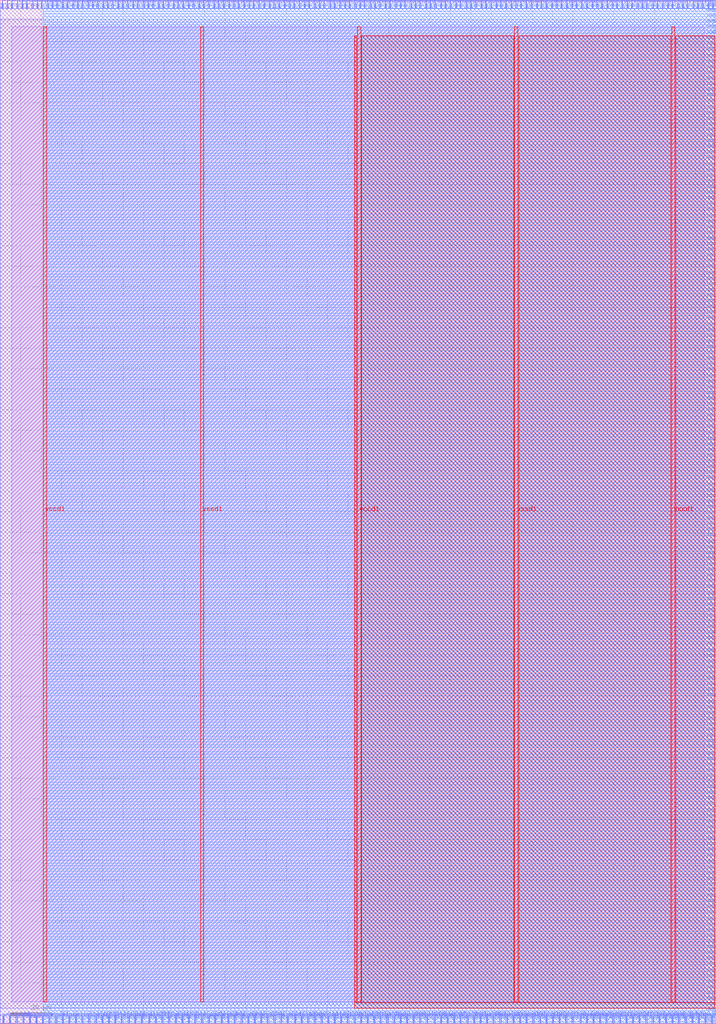
<source format=lef>
VERSION 5.7 ;
  NOWIREEXTENSIONATPIN ON ;
  DIVIDERCHAR "/" ;
  BUSBITCHARS "[]" ;
MACRO Video
  CLASS BLOCK ;
  FOREIGN Video ;
  ORIGIN 0.000 0.000 ;
  SIZE 350.000 BY 500.000 ;
  PIN sram_addr0[0]
    DIRECTION OUTPUT TRISTATE ;
    USE SIGNAL ;
    PORT
      LAYER met3 ;
        RECT 346.000 29.280 350.000 29.880 ;
    END
  END sram_addr0[0]
  PIN sram_addr0[1]
    DIRECTION OUTPUT TRISTATE ;
    USE SIGNAL ;
    PORT
      LAYER met3 ;
        RECT 346.000 32.000 350.000 32.600 ;
    END
  END sram_addr0[1]
  PIN sram_addr0[2]
    DIRECTION OUTPUT TRISTATE ;
    USE SIGNAL ;
    PORT
      LAYER met3 ;
        RECT 346.000 34.720 350.000 35.320 ;
    END
  END sram_addr0[2]
  PIN sram_addr0[3]
    DIRECTION OUTPUT TRISTATE ;
    USE SIGNAL ;
    PORT
      LAYER met3 ;
        RECT 346.000 37.440 350.000 38.040 ;
    END
  END sram_addr0[3]
  PIN sram_addr0[4]
    DIRECTION OUTPUT TRISTATE ;
    USE SIGNAL ;
    PORT
      LAYER met3 ;
        RECT 346.000 40.160 350.000 40.760 ;
    END
  END sram_addr0[4]
  PIN sram_addr0[5]
    DIRECTION OUTPUT TRISTATE ;
    USE SIGNAL ;
    PORT
      LAYER met3 ;
        RECT 346.000 42.880 350.000 43.480 ;
    END
  END sram_addr0[5]
  PIN sram_addr0[6]
    DIRECTION OUTPUT TRISTATE ;
    USE SIGNAL ;
    PORT
      LAYER met3 ;
        RECT 346.000 45.600 350.000 46.200 ;
    END
  END sram_addr0[6]
  PIN sram_addr0[7]
    DIRECTION OUTPUT TRISTATE ;
    USE SIGNAL ;
    PORT
      LAYER met3 ;
        RECT 346.000 48.320 350.000 48.920 ;
    END
  END sram_addr0[7]
  PIN sram_addr0[8]
    DIRECTION OUTPUT TRISTATE ;
    USE SIGNAL ;
    PORT
      LAYER met3 ;
        RECT 346.000 51.040 350.000 51.640 ;
    END
  END sram_addr0[8]
  PIN sram_addr1[0]
    DIRECTION OUTPUT TRISTATE ;
    USE SIGNAL ;
    PORT
      LAYER met2 ;
        RECT 12.970 496.000 13.250 500.000 ;
    END
  END sram_addr1[0]
  PIN sram_addr1[1]
    DIRECTION OUTPUT TRISTATE ;
    USE SIGNAL ;
    PORT
      LAYER met2 ;
        RECT 15.730 496.000 16.010 500.000 ;
    END
  END sram_addr1[1]
  PIN sram_addr1[2]
    DIRECTION OUTPUT TRISTATE ;
    USE SIGNAL ;
    PORT
      LAYER met2 ;
        RECT 18.030 496.000 18.310 500.000 ;
    END
  END sram_addr1[2]
  PIN sram_addr1[3]
    DIRECTION OUTPUT TRISTATE ;
    USE SIGNAL ;
    PORT
      LAYER met2 ;
        RECT 20.330 496.000 20.610 500.000 ;
    END
  END sram_addr1[3]
  PIN sram_addr1[4]
    DIRECTION OUTPUT TRISTATE ;
    USE SIGNAL ;
    PORT
      LAYER met2 ;
        RECT 23.090 496.000 23.370 500.000 ;
    END
  END sram_addr1[4]
  PIN sram_addr1[5]
    DIRECTION OUTPUT TRISTATE ;
    USE SIGNAL ;
    PORT
      LAYER met2 ;
        RECT 25.390 496.000 25.670 500.000 ;
    END
  END sram_addr1[5]
  PIN sram_addr1[6]
    DIRECTION OUTPUT TRISTATE ;
    USE SIGNAL ;
    PORT
      LAYER met2 ;
        RECT 27.690 496.000 27.970 500.000 ;
    END
  END sram_addr1[6]
  PIN sram_addr1[7]
    DIRECTION OUTPUT TRISTATE ;
    USE SIGNAL ;
    PORT
      LAYER met2 ;
        RECT 30.450 496.000 30.730 500.000 ;
    END
  END sram_addr1[7]
  PIN sram_addr1[8]
    DIRECTION OUTPUT TRISTATE ;
    USE SIGNAL ;
    PORT
      LAYER met2 ;
        RECT 32.750 496.000 33.030 500.000 ;
    END
  END sram_addr1[8]
  PIN sram_clk0
    DIRECTION OUTPUT TRISTATE ;
    USE SIGNAL ;
    PORT
      LAYER met3 ;
        RECT 346.000 1.400 350.000 2.000 ;
    END
  END sram_clk0
  PIN sram_clk1
    DIRECTION OUTPUT TRISTATE ;
    USE SIGNAL ;
    PORT
      LAYER met2 ;
        RECT 1.010 496.000 1.290 500.000 ;
    END
  END sram_clk1
  PIN sram_csb0[0]
    DIRECTION OUTPUT TRISTATE ;
    USE SIGNAL ;
    PORT
      LAYER met3 ;
        RECT 346.000 4.120 350.000 4.720 ;
    END
  END sram_csb0[0]
  PIN sram_csb0[1]
    DIRECTION OUTPUT TRISTATE ;
    USE SIGNAL ;
    PORT
      LAYER met3 ;
        RECT 346.000 6.840 350.000 7.440 ;
    END
  END sram_csb0[1]
  PIN sram_csb0[2]
    DIRECTION OUTPUT TRISTATE ;
    USE SIGNAL ;
    PORT
      LAYER met3 ;
        RECT 346.000 9.560 350.000 10.160 ;
    END
  END sram_csb0[2]
  PIN sram_csb0[3]
    DIRECTION OUTPUT TRISTATE ;
    USE SIGNAL ;
    PORT
      LAYER met3 ;
        RECT 346.000 12.280 350.000 12.880 ;
    END
  END sram_csb0[3]
  PIN sram_csb1[0]
    DIRECTION OUTPUT TRISTATE ;
    USE SIGNAL ;
    PORT
      LAYER met2 ;
        RECT 3.310 496.000 3.590 500.000 ;
    END
  END sram_csb1[0]
  PIN sram_csb1[1]
    DIRECTION OUTPUT TRISTATE ;
    USE SIGNAL ;
    PORT
      LAYER met2 ;
        RECT 5.610 496.000 5.890 500.000 ;
    END
  END sram_csb1[1]
  PIN sram_csb1[2]
    DIRECTION OUTPUT TRISTATE ;
    USE SIGNAL ;
    PORT
      LAYER met2 ;
        RECT 8.370 496.000 8.650 500.000 ;
    END
  END sram_csb1[2]
  PIN sram_csb1[3]
    DIRECTION OUTPUT TRISTATE ;
    USE SIGNAL ;
    PORT
      LAYER met2 ;
        RECT 10.670 496.000 10.950 500.000 ;
    END
  END sram_csb1[3]
  PIN sram_din0[0]
    DIRECTION OUTPUT TRISTATE ;
    USE SIGNAL ;
    PORT
      LAYER met3 ;
        RECT 346.000 54.440 350.000 55.040 ;
    END
  END sram_din0[0]
  PIN sram_din0[10]
    DIRECTION OUTPUT TRISTATE ;
    USE SIGNAL ;
    PORT
      LAYER met3 ;
        RECT 346.000 82.320 350.000 82.920 ;
    END
  END sram_din0[10]
  PIN sram_din0[11]
    DIRECTION OUTPUT TRISTATE ;
    USE SIGNAL ;
    PORT
      LAYER met3 ;
        RECT 346.000 85.040 350.000 85.640 ;
    END
  END sram_din0[11]
  PIN sram_din0[12]
    DIRECTION OUTPUT TRISTATE ;
    USE SIGNAL ;
    PORT
      LAYER met3 ;
        RECT 346.000 87.760 350.000 88.360 ;
    END
  END sram_din0[12]
  PIN sram_din0[13]
    DIRECTION OUTPUT TRISTATE ;
    USE SIGNAL ;
    PORT
      LAYER met3 ;
        RECT 346.000 90.480 350.000 91.080 ;
    END
  END sram_din0[13]
  PIN sram_din0[14]
    DIRECTION OUTPUT TRISTATE ;
    USE SIGNAL ;
    PORT
      LAYER met3 ;
        RECT 346.000 93.200 350.000 93.800 ;
    END
  END sram_din0[14]
  PIN sram_din0[15]
    DIRECTION OUTPUT TRISTATE ;
    USE SIGNAL ;
    PORT
      LAYER met3 ;
        RECT 346.000 95.920 350.000 96.520 ;
    END
  END sram_din0[15]
  PIN sram_din0[16]
    DIRECTION OUTPUT TRISTATE ;
    USE SIGNAL ;
    PORT
      LAYER met3 ;
        RECT 346.000 98.640 350.000 99.240 ;
    END
  END sram_din0[16]
  PIN sram_din0[17]
    DIRECTION OUTPUT TRISTATE ;
    USE SIGNAL ;
    PORT
      LAYER met3 ;
        RECT 346.000 101.360 350.000 101.960 ;
    END
  END sram_din0[17]
  PIN sram_din0[18]
    DIRECTION OUTPUT TRISTATE ;
    USE SIGNAL ;
    PORT
      LAYER met3 ;
        RECT 346.000 104.080 350.000 104.680 ;
    END
  END sram_din0[18]
  PIN sram_din0[19]
    DIRECTION OUTPUT TRISTATE ;
    USE SIGNAL ;
    PORT
      LAYER met3 ;
        RECT 346.000 107.480 350.000 108.080 ;
    END
  END sram_din0[19]
  PIN sram_din0[1]
    DIRECTION OUTPUT TRISTATE ;
    USE SIGNAL ;
    PORT
      LAYER met3 ;
        RECT 346.000 57.160 350.000 57.760 ;
    END
  END sram_din0[1]
  PIN sram_din0[20]
    DIRECTION OUTPUT TRISTATE ;
    USE SIGNAL ;
    PORT
      LAYER met3 ;
        RECT 346.000 110.200 350.000 110.800 ;
    END
  END sram_din0[20]
  PIN sram_din0[21]
    DIRECTION OUTPUT TRISTATE ;
    USE SIGNAL ;
    PORT
      LAYER met3 ;
        RECT 346.000 112.920 350.000 113.520 ;
    END
  END sram_din0[21]
  PIN sram_din0[22]
    DIRECTION OUTPUT TRISTATE ;
    USE SIGNAL ;
    PORT
      LAYER met3 ;
        RECT 346.000 115.640 350.000 116.240 ;
    END
  END sram_din0[22]
  PIN sram_din0[23]
    DIRECTION OUTPUT TRISTATE ;
    USE SIGNAL ;
    PORT
      LAYER met3 ;
        RECT 346.000 118.360 350.000 118.960 ;
    END
  END sram_din0[23]
  PIN sram_din0[24]
    DIRECTION OUTPUT TRISTATE ;
    USE SIGNAL ;
    PORT
      LAYER met3 ;
        RECT 346.000 121.080 350.000 121.680 ;
    END
  END sram_din0[24]
  PIN sram_din0[25]
    DIRECTION OUTPUT TRISTATE ;
    USE SIGNAL ;
    PORT
      LAYER met3 ;
        RECT 346.000 123.800 350.000 124.400 ;
    END
  END sram_din0[25]
  PIN sram_din0[26]
    DIRECTION OUTPUT TRISTATE ;
    USE SIGNAL ;
    PORT
      LAYER met3 ;
        RECT 346.000 126.520 350.000 127.120 ;
    END
  END sram_din0[26]
  PIN sram_din0[27]
    DIRECTION OUTPUT TRISTATE ;
    USE SIGNAL ;
    PORT
      LAYER met3 ;
        RECT 346.000 129.240 350.000 129.840 ;
    END
  END sram_din0[27]
  PIN sram_din0[28]
    DIRECTION OUTPUT TRISTATE ;
    USE SIGNAL ;
    PORT
      LAYER met3 ;
        RECT 346.000 131.960 350.000 132.560 ;
    END
  END sram_din0[28]
  PIN sram_din0[29]
    DIRECTION OUTPUT TRISTATE ;
    USE SIGNAL ;
    PORT
      LAYER met3 ;
        RECT 346.000 135.360 350.000 135.960 ;
    END
  END sram_din0[29]
  PIN sram_din0[2]
    DIRECTION OUTPUT TRISTATE ;
    USE SIGNAL ;
    PORT
      LAYER met3 ;
        RECT 346.000 59.880 350.000 60.480 ;
    END
  END sram_din0[2]
  PIN sram_din0[30]
    DIRECTION OUTPUT TRISTATE ;
    USE SIGNAL ;
    PORT
      LAYER met3 ;
        RECT 346.000 138.080 350.000 138.680 ;
    END
  END sram_din0[30]
  PIN sram_din0[31]
    DIRECTION OUTPUT TRISTATE ;
    USE SIGNAL ;
    PORT
      LAYER met3 ;
        RECT 346.000 140.800 350.000 141.400 ;
    END
  END sram_din0[31]
  PIN sram_din0[3]
    DIRECTION OUTPUT TRISTATE ;
    USE SIGNAL ;
    PORT
      LAYER met3 ;
        RECT 346.000 62.600 350.000 63.200 ;
    END
  END sram_din0[3]
  PIN sram_din0[4]
    DIRECTION OUTPUT TRISTATE ;
    USE SIGNAL ;
    PORT
      LAYER met3 ;
        RECT 346.000 65.320 350.000 65.920 ;
    END
  END sram_din0[4]
  PIN sram_din0[5]
    DIRECTION OUTPUT TRISTATE ;
    USE SIGNAL ;
    PORT
      LAYER met3 ;
        RECT 346.000 68.040 350.000 68.640 ;
    END
  END sram_din0[5]
  PIN sram_din0[6]
    DIRECTION OUTPUT TRISTATE ;
    USE SIGNAL ;
    PORT
      LAYER met3 ;
        RECT 346.000 70.760 350.000 71.360 ;
    END
  END sram_din0[6]
  PIN sram_din0[7]
    DIRECTION OUTPUT TRISTATE ;
    USE SIGNAL ;
    PORT
      LAYER met3 ;
        RECT 346.000 73.480 350.000 74.080 ;
    END
  END sram_din0[7]
  PIN sram_din0[8]
    DIRECTION OUTPUT TRISTATE ;
    USE SIGNAL ;
    PORT
      LAYER met3 ;
        RECT 346.000 76.200 350.000 76.800 ;
    END
  END sram_din0[8]
  PIN sram_din0[9]
    DIRECTION OUTPUT TRISTATE ;
    USE SIGNAL ;
    PORT
      LAYER met3 ;
        RECT 346.000 78.920 350.000 79.520 ;
    END
  END sram_din0[9]
  PIN sram_dout0[0]
    DIRECTION INPUT ;
    USE SIGNAL ;
    PORT
      LAYER met3 ;
        RECT 346.000 143.520 350.000 144.120 ;
    END
  END sram_dout0[0]
  PIN sram_dout0[100]
    DIRECTION INPUT ;
    USE SIGNAL ;
    PORT
      LAYER met3 ;
        RECT 346.000 423.000 350.000 423.600 ;
    END
  END sram_dout0[100]
  PIN sram_dout0[101]
    DIRECTION INPUT ;
    USE SIGNAL ;
    PORT
      LAYER met3 ;
        RECT 346.000 425.720 350.000 426.320 ;
    END
  END sram_dout0[101]
  PIN sram_dout0[102]
    DIRECTION INPUT ;
    USE SIGNAL ;
    PORT
      LAYER met3 ;
        RECT 346.000 428.440 350.000 429.040 ;
    END
  END sram_dout0[102]
  PIN sram_dout0[103]
    DIRECTION INPUT ;
    USE SIGNAL ;
    PORT
      LAYER met3 ;
        RECT 346.000 431.160 350.000 431.760 ;
    END
  END sram_dout0[103]
  PIN sram_dout0[104]
    DIRECTION INPUT ;
    USE SIGNAL ;
    PORT
      LAYER met3 ;
        RECT 346.000 433.880 350.000 434.480 ;
    END
  END sram_dout0[104]
  PIN sram_dout0[105]
    DIRECTION INPUT ;
    USE SIGNAL ;
    PORT
      LAYER met3 ;
        RECT 346.000 436.600 350.000 437.200 ;
    END
  END sram_dout0[105]
  PIN sram_dout0[106]
    DIRECTION INPUT ;
    USE SIGNAL ;
    PORT
      LAYER met3 ;
        RECT 346.000 439.320 350.000 439.920 ;
    END
  END sram_dout0[106]
  PIN sram_dout0[107]
    DIRECTION INPUT ;
    USE SIGNAL ;
    PORT
      LAYER met3 ;
        RECT 346.000 442.040 350.000 442.640 ;
    END
  END sram_dout0[107]
  PIN sram_dout0[108]
    DIRECTION INPUT ;
    USE SIGNAL ;
    PORT
      LAYER met3 ;
        RECT 346.000 444.760 350.000 445.360 ;
    END
  END sram_dout0[108]
  PIN sram_dout0[109]
    DIRECTION INPUT ;
    USE SIGNAL ;
    PORT
      LAYER met3 ;
        RECT 346.000 447.480 350.000 448.080 ;
    END
  END sram_dout0[109]
  PIN sram_dout0[10]
    DIRECTION INPUT ;
    USE SIGNAL ;
    PORT
      LAYER met3 ;
        RECT 346.000 171.400 350.000 172.000 ;
    END
  END sram_dout0[10]
  PIN sram_dout0[110]
    DIRECTION INPUT ;
    USE SIGNAL ;
    PORT
      LAYER met3 ;
        RECT 346.000 450.880 350.000 451.480 ;
    END
  END sram_dout0[110]
  PIN sram_dout0[111]
    DIRECTION INPUT ;
    USE SIGNAL ;
    PORT
      LAYER met3 ;
        RECT 346.000 453.600 350.000 454.200 ;
    END
  END sram_dout0[111]
  PIN sram_dout0[112]
    DIRECTION INPUT ;
    USE SIGNAL ;
    PORT
      LAYER met3 ;
        RECT 346.000 456.320 350.000 456.920 ;
    END
  END sram_dout0[112]
  PIN sram_dout0[113]
    DIRECTION INPUT ;
    USE SIGNAL ;
    PORT
      LAYER met3 ;
        RECT 346.000 459.040 350.000 459.640 ;
    END
  END sram_dout0[113]
  PIN sram_dout0[114]
    DIRECTION INPUT ;
    USE SIGNAL ;
    PORT
      LAYER met3 ;
        RECT 346.000 461.760 350.000 462.360 ;
    END
  END sram_dout0[114]
  PIN sram_dout0[115]
    DIRECTION INPUT ;
    USE SIGNAL ;
    PORT
      LAYER met3 ;
        RECT 346.000 464.480 350.000 465.080 ;
    END
  END sram_dout0[115]
  PIN sram_dout0[116]
    DIRECTION INPUT ;
    USE SIGNAL ;
    PORT
      LAYER met3 ;
        RECT 346.000 467.200 350.000 467.800 ;
    END
  END sram_dout0[116]
  PIN sram_dout0[117]
    DIRECTION INPUT ;
    USE SIGNAL ;
    PORT
      LAYER met3 ;
        RECT 346.000 469.920 350.000 470.520 ;
    END
  END sram_dout0[117]
  PIN sram_dout0[118]
    DIRECTION INPUT ;
    USE SIGNAL ;
    PORT
      LAYER met3 ;
        RECT 346.000 472.640 350.000 473.240 ;
    END
  END sram_dout0[118]
  PIN sram_dout0[119]
    DIRECTION INPUT ;
    USE SIGNAL ;
    PORT
      LAYER met3 ;
        RECT 346.000 476.040 350.000 476.640 ;
    END
  END sram_dout0[119]
  PIN sram_dout0[11]
    DIRECTION INPUT ;
    USE SIGNAL ;
    PORT
      LAYER met3 ;
        RECT 346.000 174.120 350.000 174.720 ;
    END
  END sram_dout0[11]
  PIN sram_dout0[120]
    DIRECTION INPUT ;
    USE SIGNAL ;
    PORT
      LAYER met3 ;
        RECT 346.000 478.760 350.000 479.360 ;
    END
  END sram_dout0[120]
  PIN sram_dout0[121]
    DIRECTION INPUT ;
    USE SIGNAL ;
    PORT
      LAYER met3 ;
        RECT 346.000 481.480 350.000 482.080 ;
    END
  END sram_dout0[121]
  PIN sram_dout0[122]
    DIRECTION INPUT ;
    USE SIGNAL ;
    PORT
      LAYER met3 ;
        RECT 346.000 484.200 350.000 484.800 ;
    END
  END sram_dout0[122]
  PIN sram_dout0[123]
    DIRECTION INPUT ;
    USE SIGNAL ;
    PORT
      LAYER met3 ;
        RECT 346.000 486.920 350.000 487.520 ;
    END
  END sram_dout0[123]
  PIN sram_dout0[124]
    DIRECTION INPUT ;
    USE SIGNAL ;
    PORT
      LAYER met3 ;
        RECT 346.000 489.640 350.000 490.240 ;
    END
  END sram_dout0[124]
  PIN sram_dout0[125]
    DIRECTION INPUT ;
    USE SIGNAL ;
    PORT
      LAYER met3 ;
        RECT 346.000 492.360 350.000 492.960 ;
    END
  END sram_dout0[125]
  PIN sram_dout0[126]
    DIRECTION INPUT ;
    USE SIGNAL ;
    PORT
      LAYER met3 ;
        RECT 346.000 495.080 350.000 495.680 ;
    END
  END sram_dout0[126]
  PIN sram_dout0[127]
    DIRECTION INPUT ;
    USE SIGNAL ;
    PORT
      LAYER met3 ;
        RECT 346.000 497.800 350.000 498.400 ;
    END
  END sram_dout0[127]
  PIN sram_dout0[12]
    DIRECTION INPUT ;
    USE SIGNAL ;
    PORT
      LAYER met3 ;
        RECT 346.000 176.840 350.000 177.440 ;
    END
  END sram_dout0[12]
  PIN sram_dout0[13]
    DIRECTION INPUT ;
    USE SIGNAL ;
    PORT
      LAYER met3 ;
        RECT 346.000 179.560 350.000 180.160 ;
    END
  END sram_dout0[13]
  PIN sram_dout0[14]
    DIRECTION INPUT ;
    USE SIGNAL ;
    PORT
      LAYER met3 ;
        RECT 346.000 182.280 350.000 182.880 ;
    END
  END sram_dout0[14]
  PIN sram_dout0[15]
    DIRECTION INPUT ;
    USE SIGNAL ;
    PORT
      LAYER met3 ;
        RECT 346.000 185.680 350.000 186.280 ;
    END
  END sram_dout0[15]
  PIN sram_dout0[16]
    DIRECTION INPUT ;
    USE SIGNAL ;
    PORT
      LAYER met3 ;
        RECT 346.000 188.400 350.000 189.000 ;
    END
  END sram_dout0[16]
  PIN sram_dout0[17]
    DIRECTION INPUT ;
    USE SIGNAL ;
    PORT
      LAYER met3 ;
        RECT 346.000 191.120 350.000 191.720 ;
    END
  END sram_dout0[17]
  PIN sram_dout0[18]
    DIRECTION INPUT ;
    USE SIGNAL ;
    PORT
      LAYER met3 ;
        RECT 346.000 193.840 350.000 194.440 ;
    END
  END sram_dout0[18]
  PIN sram_dout0[19]
    DIRECTION INPUT ;
    USE SIGNAL ;
    PORT
      LAYER met3 ;
        RECT 346.000 196.560 350.000 197.160 ;
    END
  END sram_dout0[19]
  PIN sram_dout0[1]
    DIRECTION INPUT ;
    USE SIGNAL ;
    PORT
      LAYER met3 ;
        RECT 346.000 146.240 350.000 146.840 ;
    END
  END sram_dout0[1]
  PIN sram_dout0[20]
    DIRECTION INPUT ;
    USE SIGNAL ;
    PORT
      LAYER met3 ;
        RECT 346.000 199.280 350.000 199.880 ;
    END
  END sram_dout0[20]
  PIN sram_dout0[21]
    DIRECTION INPUT ;
    USE SIGNAL ;
    PORT
      LAYER met3 ;
        RECT 346.000 202.000 350.000 202.600 ;
    END
  END sram_dout0[21]
  PIN sram_dout0[22]
    DIRECTION INPUT ;
    USE SIGNAL ;
    PORT
      LAYER met3 ;
        RECT 346.000 204.720 350.000 205.320 ;
    END
  END sram_dout0[22]
  PIN sram_dout0[23]
    DIRECTION INPUT ;
    USE SIGNAL ;
    PORT
      LAYER met3 ;
        RECT 346.000 207.440 350.000 208.040 ;
    END
  END sram_dout0[23]
  PIN sram_dout0[24]
    DIRECTION INPUT ;
    USE SIGNAL ;
    PORT
      LAYER met3 ;
        RECT 346.000 210.160 350.000 210.760 ;
    END
  END sram_dout0[24]
  PIN sram_dout0[25]
    DIRECTION INPUT ;
    USE SIGNAL ;
    PORT
      LAYER met3 ;
        RECT 346.000 213.560 350.000 214.160 ;
    END
  END sram_dout0[25]
  PIN sram_dout0[26]
    DIRECTION INPUT ;
    USE SIGNAL ;
    PORT
      LAYER met3 ;
        RECT 346.000 216.280 350.000 216.880 ;
    END
  END sram_dout0[26]
  PIN sram_dout0[27]
    DIRECTION INPUT ;
    USE SIGNAL ;
    PORT
      LAYER met3 ;
        RECT 346.000 219.000 350.000 219.600 ;
    END
  END sram_dout0[27]
  PIN sram_dout0[28]
    DIRECTION INPUT ;
    USE SIGNAL ;
    PORT
      LAYER met3 ;
        RECT 346.000 221.720 350.000 222.320 ;
    END
  END sram_dout0[28]
  PIN sram_dout0[29]
    DIRECTION INPUT ;
    USE SIGNAL ;
    PORT
      LAYER met3 ;
        RECT 346.000 224.440 350.000 225.040 ;
    END
  END sram_dout0[29]
  PIN sram_dout0[2]
    DIRECTION INPUT ;
    USE SIGNAL ;
    PORT
      LAYER met3 ;
        RECT 346.000 148.960 350.000 149.560 ;
    END
  END sram_dout0[2]
  PIN sram_dout0[30]
    DIRECTION INPUT ;
    USE SIGNAL ;
    PORT
      LAYER met3 ;
        RECT 346.000 227.160 350.000 227.760 ;
    END
  END sram_dout0[30]
  PIN sram_dout0[31]
    DIRECTION INPUT ;
    USE SIGNAL ;
    PORT
      LAYER met3 ;
        RECT 346.000 229.880 350.000 230.480 ;
    END
  END sram_dout0[31]
  PIN sram_dout0[32]
    DIRECTION INPUT ;
    USE SIGNAL ;
    PORT
      LAYER met3 ;
        RECT 346.000 232.600 350.000 233.200 ;
    END
  END sram_dout0[32]
  PIN sram_dout0[33]
    DIRECTION INPUT ;
    USE SIGNAL ;
    PORT
      LAYER met3 ;
        RECT 346.000 235.320 350.000 235.920 ;
    END
  END sram_dout0[33]
  PIN sram_dout0[34]
    DIRECTION INPUT ;
    USE SIGNAL ;
    PORT
      LAYER met3 ;
        RECT 346.000 238.720 350.000 239.320 ;
    END
  END sram_dout0[34]
  PIN sram_dout0[35]
    DIRECTION INPUT ;
    USE SIGNAL ;
    PORT
      LAYER met3 ;
        RECT 346.000 241.440 350.000 242.040 ;
    END
  END sram_dout0[35]
  PIN sram_dout0[36]
    DIRECTION INPUT ;
    USE SIGNAL ;
    PORT
      LAYER met3 ;
        RECT 346.000 244.160 350.000 244.760 ;
    END
  END sram_dout0[36]
  PIN sram_dout0[37]
    DIRECTION INPUT ;
    USE SIGNAL ;
    PORT
      LAYER met3 ;
        RECT 346.000 246.880 350.000 247.480 ;
    END
  END sram_dout0[37]
  PIN sram_dout0[38]
    DIRECTION INPUT ;
    USE SIGNAL ;
    PORT
      LAYER met3 ;
        RECT 346.000 249.600 350.000 250.200 ;
    END
  END sram_dout0[38]
  PIN sram_dout0[39]
    DIRECTION INPUT ;
    USE SIGNAL ;
    PORT
      LAYER met3 ;
        RECT 346.000 252.320 350.000 252.920 ;
    END
  END sram_dout0[39]
  PIN sram_dout0[3]
    DIRECTION INPUT ;
    USE SIGNAL ;
    PORT
      LAYER met3 ;
        RECT 346.000 151.680 350.000 152.280 ;
    END
  END sram_dout0[3]
  PIN sram_dout0[40]
    DIRECTION INPUT ;
    USE SIGNAL ;
    PORT
      LAYER met3 ;
        RECT 346.000 255.040 350.000 255.640 ;
    END
  END sram_dout0[40]
  PIN sram_dout0[41]
    DIRECTION INPUT ;
    USE SIGNAL ;
    PORT
      LAYER met3 ;
        RECT 346.000 257.760 350.000 258.360 ;
    END
  END sram_dout0[41]
  PIN sram_dout0[42]
    DIRECTION INPUT ;
    USE SIGNAL ;
    PORT
      LAYER met3 ;
        RECT 346.000 260.480 350.000 261.080 ;
    END
  END sram_dout0[42]
  PIN sram_dout0[43]
    DIRECTION INPUT ;
    USE SIGNAL ;
    PORT
      LAYER met3 ;
        RECT 346.000 263.200 350.000 263.800 ;
    END
  END sram_dout0[43]
  PIN sram_dout0[44]
    DIRECTION INPUT ;
    USE SIGNAL ;
    PORT
      LAYER met3 ;
        RECT 346.000 266.600 350.000 267.200 ;
    END
  END sram_dout0[44]
  PIN sram_dout0[45]
    DIRECTION INPUT ;
    USE SIGNAL ;
    PORT
      LAYER met3 ;
        RECT 346.000 269.320 350.000 269.920 ;
    END
  END sram_dout0[45]
  PIN sram_dout0[46]
    DIRECTION INPUT ;
    USE SIGNAL ;
    PORT
      LAYER met3 ;
        RECT 346.000 272.040 350.000 272.640 ;
    END
  END sram_dout0[46]
  PIN sram_dout0[47]
    DIRECTION INPUT ;
    USE SIGNAL ;
    PORT
      LAYER met3 ;
        RECT 346.000 274.760 350.000 275.360 ;
    END
  END sram_dout0[47]
  PIN sram_dout0[48]
    DIRECTION INPUT ;
    USE SIGNAL ;
    PORT
      LAYER met3 ;
        RECT 346.000 277.480 350.000 278.080 ;
    END
  END sram_dout0[48]
  PIN sram_dout0[49]
    DIRECTION INPUT ;
    USE SIGNAL ;
    PORT
      LAYER met3 ;
        RECT 346.000 280.200 350.000 280.800 ;
    END
  END sram_dout0[49]
  PIN sram_dout0[4]
    DIRECTION INPUT ;
    USE SIGNAL ;
    PORT
      LAYER met3 ;
        RECT 346.000 154.400 350.000 155.000 ;
    END
  END sram_dout0[4]
  PIN sram_dout0[50]
    DIRECTION INPUT ;
    USE SIGNAL ;
    PORT
      LAYER met3 ;
        RECT 346.000 282.920 350.000 283.520 ;
    END
  END sram_dout0[50]
  PIN sram_dout0[51]
    DIRECTION INPUT ;
    USE SIGNAL ;
    PORT
      LAYER met3 ;
        RECT 346.000 285.640 350.000 286.240 ;
    END
  END sram_dout0[51]
  PIN sram_dout0[52]
    DIRECTION INPUT ;
    USE SIGNAL ;
    PORT
      LAYER met3 ;
        RECT 346.000 288.360 350.000 288.960 ;
    END
  END sram_dout0[52]
  PIN sram_dout0[53]
    DIRECTION INPUT ;
    USE SIGNAL ;
    PORT
      LAYER met3 ;
        RECT 346.000 291.760 350.000 292.360 ;
    END
  END sram_dout0[53]
  PIN sram_dout0[54]
    DIRECTION INPUT ;
    USE SIGNAL ;
    PORT
      LAYER met3 ;
        RECT 346.000 294.480 350.000 295.080 ;
    END
  END sram_dout0[54]
  PIN sram_dout0[55]
    DIRECTION INPUT ;
    USE SIGNAL ;
    PORT
      LAYER met3 ;
        RECT 346.000 297.200 350.000 297.800 ;
    END
  END sram_dout0[55]
  PIN sram_dout0[56]
    DIRECTION INPUT ;
    USE SIGNAL ;
    PORT
      LAYER met3 ;
        RECT 346.000 299.920 350.000 300.520 ;
    END
  END sram_dout0[56]
  PIN sram_dout0[57]
    DIRECTION INPUT ;
    USE SIGNAL ;
    PORT
      LAYER met3 ;
        RECT 346.000 302.640 350.000 303.240 ;
    END
  END sram_dout0[57]
  PIN sram_dout0[58]
    DIRECTION INPUT ;
    USE SIGNAL ;
    PORT
      LAYER met3 ;
        RECT 346.000 305.360 350.000 305.960 ;
    END
  END sram_dout0[58]
  PIN sram_dout0[59]
    DIRECTION INPUT ;
    USE SIGNAL ;
    PORT
      LAYER met3 ;
        RECT 346.000 308.080 350.000 308.680 ;
    END
  END sram_dout0[59]
  PIN sram_dout0[5]
    DIRECTION INPUT ;
    USE SIGNAL ;
    PORT
      LAYER met3 ;
        RECT 346.000 157.120 350.000 157.720 ;
    END
  END sram_dout0[5]
  PIN sram_dout0[60]
    DIRECTION INPUT ;
    USE SIGNAL ;
    PORT
      LAYER met3 ;
        RECT 346.000 310.800 350.000 311.400 ;
    END
  END sram_dout0[60]
  PIN sram_dout0[61]
    DIRECTION INPUT ;
    USE SIGNAL ;
    PORT
      LAYER met3 ;
        RECT 346.000 313.520 350.000 314.120 ;
    END
  END sram_dout0[61]
  PIN sram_dout0[62]
    DIRECTION INPUT ;
    USE SIGNAL ;
    PORT
      LAYER met3 ;
        RECT 346.000 316.240 350.000 316.840 ;
    END
  END sram_dout0[62]
  PIN sram_dout0[63]
    DIRECTION INPUT ;
    USE SIGNAL ;
    PORT
      LAYER met3 ;
        RECT 346.000 319.640 350.000 320.240 ;
    END
  END sram_dout0[63]
  PIN sram_dout0[64]
    DIRECTION INPUT ;
    USE SIGNAL ;
    PORT
      LAYER met3 ;
        RECT 346.000 322.360 350.000 322.960 ;
    END
  END sram_dout0[64]
  PIN sram_dout0[65]
    DIRECTION INPUT ;
    USE SIGNAL ;
    PORT
      LAYER met3 ;
        RECT 346.000 325.080 350.000 325.680 ;
    END
  END sram_dout0[65]
  PIN sram_dout0[66]
    DIRECTION INPUT ;
    USE SIGNAL ;
    PORT
      LAYER met3 ;
        RECT 346.000 327.800 350.000 328.400 ;
    END
  END sram_dout0[66]
  PIN sram_dout0[67]
    DIRECTION INPUT ;
    USE SIGNAL ;
    PORT
      LAYER met3 ;
        RECT 346.000 330.520 350.000 331.120 ;
    END
  END sram_dout0[67]
  PIN sram_dout0[68]
    DIRECTION INPUT ;
    USE SIGNAL ;
    PORT
      LAYER met3 ;
        RECT 346.000 333.240 350.000 333.840 ;
    END
  END sram_dout0[68]
  PIN sram_dout0[69]
    DIRECTION INPUT ;
    USE SIGNAL ;
    PORT
      LAYER met3 ;
        RECT 346.000 335.960 350.000 336.560 ;
    END
  END sram_dout0[69]
  PIN sram_dout0[6]
    DIRECTION INPUT ;
    USE SIGNAL ;
    PORT
      LAYER met3 ;
        RECT 346.000 160.520 350.000 161.120 ;
    END
  END sram_dout0[6]
  PIN sram_dout0[70]
    DIRECTION INPUT ;
    USE SIGNAL ;
    PORT
      LAYER met3 ;
        RECT 346.000 338.680 350.000 339.280 ;
    END
  END sram_dout0[70]
  PIN sram_dout0[71]
    DIRECTION INPUT ;
    USE SIGNAL ;
    PORT
      LAYER met3 ;
        RECT 346.000 341.400 350.000 342.000 ;
    END
  END sram_dout0[71]
  PIN sram_dout0[72]
    DIRECTION INPUT ;
    USE SIGNAL ;
    PORT
      LAYER met3 ;
        RECT 346.000 344.800 350.000 345.400 ;
    END
  END sram_dout0[72]
  PIN sram_dout0[73]
    DIRECTION INPUT ;
    USE SIGNAL ;
    PORT
      LAYER met3 ;
        RECT 346.000 347.520 350.000 348.120 ;
    END
  END sram_dout0[73]
  PIN sram_dout0[74]
    DIRECTION INPUT ;
    USE SIGNAL ;
    PORT
      LAYER met3 ;
        RECT 346.000 350.240 350.000 350.840 ;
    END
  END sram_dout0[74]
  PIN sram_dout0[75]
    DIRECTION INPUT ;
    USE SIGNAL ;
    PORT
      LAYER met3 ;
        RECT 346.000 352.960 350.000 353.560 ;
    END
  END sram_dout0[75]
  PIN sram_dout0[76]
    DIRECTION INPUT ;
    USE SIGNAL ;
    PORT
      LAYER met3 ;
        RECT 346.000 355.680 350.000 356.280 ;
    END
  END sram_dout0[76]
  PIN sram_dout0[77]
    DIRECTION INPUT ;
    USE SIGNAL ;
    PORT
      LAYER met3 ;
        RECT 346.000 358.400 350.000 359.000 ;
    END
  END sram_dout0[77]
  PIN sram_dout0[78]
    DIRECTION INPUT ;
    USE SIGNAL ;
    PORT
      LAYER met3 ;
        RECT 346.000 361.120 350.000 361.720 ;
    END
  END sram_dout0[78]
  PIN sram_dout0[79]
    DIRECTION INPUT ;
    USE SIGNAL ;
    PORT
      LAYER met3 ;
        RECT 346.000 363.840 350.000 364.440 ;
    END
  END sram_dout0[79]
  PIN sram_dout0[7]
    DIRECTION INPUT ;
    USE SIGNAL ;
    PORT
      LAYER met3 ;
        RECT 346.000 163.240 350.000 163.840 ;
    END
  END sram_dout0[7]
  PIN sram_dout0[80]
    DIRECTION INPUT ;
    USE SIGNAL ;
    PORT
      LAYER met3 ;
        RECT 346.000 366.560 350.000 367.160 ;
    END
  END sram_dout0[80]
  PIN sram_dout0[81]
    DIRECTION INPUT ;
    USE SIGNAL ;
    PORT
      LAYER met3 ;
        RECT 346.000 369.960 350.000 370.560 ;
    END
  END sram_dout0[81]
  PIN sram_dout0[82]
    DIRECTION INPUT ;
    USE SIGNAL ;
    PORT
      LAYER met3 ;
        RECT 346.000 372.680 350.000 373.280 ;
    END
  END sram_dout0[82]
  PIN sram_dout0[83]
    DIRECTION INPUT ;
    USE SIGNAL ;
    PORT
      LAYER met3 ;
        RECT 346.000 375.400 350.000 376.000 ;
    END
  END sram_dout0[83]
  PIN sram_dout0[84]
    DIRECTION INPUT ;
    USE SIGNAL ;
    PORT
      LAYER met3 ;
        RECT 346.000 378.120 350.000 378.720 ;
    END
  END sram_dout0[84]
  PIN sram_dout0[85]
    DIRECTION INPUT ;
    USE SIGNAL ;
    PORT
      LAYER met3 ;
        RECT 346.000 380.840 350.000 381.440 ;
    END
  END sram_dout0[85]
  PIN sram_dout0[86]
    DIRECTION INPUT ;
    USE SIGNAL ;
    PORT
      LAYER met3 ;
        RECT 346.000 383.560 350.000 384.160 ;
    END
  END sram_dout0[86]
  PIN sram_dout0[87]
    DIRECTION INPUT ;
    USE SIGNAL ;
    PORT
      LAYER met3 ;
        RECT 346.000 386.280 350.000 386.880 ;
    END
  END sram_dout0[87]
  PIN sram_dout0[88]
    DIRECTION INPUT ;
    USE SIGNAL ;
    PORT
      LAYER met3 ;
        RECT 346.000 389.000 350.000 389.600 ;
    END
  END sram_dout0[88]
  PIN sram_dout0[89]
    DIRECTION INPUT ;
    USE SIGNAL ;
    PORT
      LAYER met3 ;
        RECT 346.000 391.720 350.000 392.320 ;
    END
  END sram_dout0[89]
  PIN sram_dout0[8]
    DIRECTION INPUT ;
    USE SIGNAL ;
    PORT
      LAYER met3 ;
        RECT 346.000 165.960 350.000 166.560 ;
    END
  END sram_dout0[8]
  PIN sram_dout0[90]
    DIRECTION INPUT ;
    USE SIGNAL ;
    PORT
      LAYER met3 ;
        RECT 346.000 394.440 350.000 395.040 ;
    END
  END sram_dout0[90]
  PIN sram_dout0[91]
    DIRECTION INPUT ;
    USE SIGNAL ;
    PORT
      LAYER met3 ;
        RECT 346.000 397.840 350.000 398.440 ;
    END
  END sram_dout0[91]
  PIN sram_dout0[92]
    DIRECTION INPUT ;
    USE SIGNAL ;
    PORT
      LAYER met3 ;
        RECT 346.000 400.560 350.000 401.160 ;
    END
  END sram_dout0[92]
  PIN sram_dout0[93]
    DIRECTION INPUT ;
    USE SIGNAL ;
    PORT
      LAYER met3 ;
        RECT 346.000 403.280 350.000 403.880 ;
    END
  END sram_dout0[93]
  PIN sram_dout0[94]
    DIRECTION INPUT ;
    USE SIGNAL ;
    PORT
      LAYER met3 ;
        RECT 346.000 406.000 350.000 406.600 ;
    END
  END sram_dout0[94]
  PIN sram_dout0[95]
    DIRECTION INPUT ;
    USE SIGNAL ;
    PORT
      LAYER met3 ;
        RECT 346.000 408.720 350.000 409.320 ;
    END
  END sram_dout0[95]
  PIN sram_dout0[96]
    DIRECTION INPUT ;
    USE SIGNAL ;
    PORT
      LAYER met3 ;
        RECT 346.000 411.440 350.000 412.040 ;
    END
  END sram_dout0[96]
  PIN sram_dout0[97]
    DIRECTION INPUT ;
    USE SIGNAL ;
    PORT
      LAYER met3 ;
        RECT 346.000 414.160 350.000 414.760 ;
    END
  END sram_dout0[97]
  PIN sram_dout0[98]
    DIRECTION INPUT ;
    USE SIGNAL ;
    PORT
      LAYER met3 ;
        RECT 346.000 416.880 350.000 417.480 ;
    END
  END sram_dout0[98]
  PIN sram_dout0[99]
    DIRECTION INPUT ;
    USE SIGNAL ;
    PORT
      LAYER met3 ;
        RECT 346.000 419.600 350.000 420.200 ;
    END
  END sram_dout0[99]
  PIN sram_dout0[9]
    DIRECTION INPUT ;
    USE SIGNAL ;
    PORT
      LAYER met3 ;
        RECT 346.000 168.680 350.000 169.280 ;
    END
  END sram_dout0[9]
  PIN sram_dout1[0]
    DIRECTION INPUT ;
    USE SIGNAL ;
    PORT
      LAYER met2 ;
        RECT 35.510 496.000 35.790 500.000 ;
    END
  END sram_dout1[0]
  PIN sram_dout1[100]
    DIRECTION INPUT ;
    USE SIGNAL ;
    PORT
      LAYER met2 ;
        RECT 281.610 496.000 281.890 500.000 ;
    END
  END sram_dout1[100]
  PIN sram_dout1[101]
    DIRECTION INPUT ;
    USE SIGNAL ;
    PORT
      LAYER met2 ;
        RECT 284.370 496.000 284.650 500.000 ;
    END
  END sram_dout1[101]
  PIN sram_dout1[102]
    DIRECTION INPUT ;
    USE SIGNAL ;
    PORT
      LAYER met2 ;
        RECT 286.670 496.000 286.950 500.000 ;
    END
  END sram_dout1[102]
  PIN sram_dout1[103]
    DIRECTION INPUT ;
    USE SIGNAL ;
    PORT
      LAYER met2 ;
        RECT 289.430 496.000 289.710 500.000 ;
    END
  END sram_dout1[103]
  PIN sram_dout1[104]
    DIRECTION INPUT ;
    USE SIGNAL ;
    PORT
      LAYER met2 ;
        RECT 291.730 496.000 292.010 500.000 ;
    END
  END sram_dout1[104]
  PIN sram_dout1[105]
    DIRECTION INPUT ;
    USE SIGNAL ;
    PORT
      LAYER met2 ;
        RECT 294.030 496.000 294.310 500.000 ;
    END
  END sram_dout1[105]
  PIN sram_dout1[106]
    DIRECTION INPUT ;
    USE SIGNAL ;
    PORT
      LAYER met2 ;
        RECT 296.790 496.000 297.070 500.000 ;
    END
  END sram_dout1[106]
  PIN sram_dout1[107]
    DIRECTION INPUT ;
    USE SIGNAL ;
    PORT
      LAYER met2 ;
        RECT 299.090 496.000 299.370 500.000 ;
    END
  END sram_dout1[107]
  PIN sram_dout1[108]
    DIRECTION INPUT ;
    USE SIGNAL ;
    PORT
      LAYER met2 ;
        RECT 301.390 496.000 301.670 500.000 ;
    END
  END sram_dout1[108]
  PIN sram_dout1[109]
    DIRECTION INPUT ;
    USE SIGNAL ;
    PORT
      LAYER met2 ;
        RECT 304.150 496.000 304.430 500.000 ;
    END
  END sram_dout1[109]
  PIN sram_dout1[10]
    DIRECTION INPUT ;
    USE SIGNAL ;
    PORT
      LAYER met2 ;
        RECT 59.890 496.000 60.170 500.000 ;
    END
  END sram_dout1[10]
  PIN sram_dout1[110]
    DIRECTION INPUT ;
    USE SIGNAL ;
    PORT
      LAYER met2 ;
        RECT 306.450 496.000 306.730 500.000 ;
    END
  END sram_dout1[110]
  PIN sram_dout1[111]
    DIRECTION INPUT ;
    USE SIGNAL ;
    PORT
      LAYER met2 ;
        RECT 308.750 496.000 309.030 500.000 ;
    END
  END sram_dout1[111]
  PIN sram_dout1[112]
    DIRECTION INPUT ;
    USE SIGNAL ;
    PORT
      LAYER met2 ;
        RECT 311.510 496.000 311.790 500.000 ;
    END
  END sram_dout1[112]
  PIN sram_dout1[113]
    DIRECTION INPUT ;
    USE SIGNAL ;
    PORT
      LAYER met2 ;
        RECT 313.810 496.000 314.090 500.000 ;
    END
  END sram_dout1[113]
  PIN sram_dout1[114]
    DIRECTION INPUT ;
    USE SIGNAL ;
    PORT
      LAYER met2 ;
        RECT 316.110 496.000 316.390 500.000 ;
    END
  END sram_dout1[114]
  PIN sram_dout1[115]
    DIRECTION INPUT ;
    USE SIGNAL ;
    PORT
      LAYER met2 ;
        RECT 318.870 496.000 319.150 500.000 ;
    END
  END sram_dout1[115]
  PIN sram_dout1[116]
    DIRECTION INPUT ;
    USE SIGNAL ;
    PORT
      LAYER met2 ;
        RECT 321.170 496.000 321.450 500.000 ;
    END
  END sram_dout1[116]
  PIN sram_dout1[117]
    DIRECTION INPUT ;
    USE SIGNAL ;
    PORT
      LAYER met2 ;
        RECT 323.930 496.000 324.210 500.000 ;
    END
  END sram_dout1[117]
  PIN sram_dout1[118]
    DIRECTION INPUT ;
    USE SIGNAL ;
    PORT
      LAYER met2 ;
        RECT 326.230 496.000 326.510 500.000 ;
    END
  END sram_dout1[118]
  PIN sram_dout1[119]
    DIRECTION INPUT ;
    USE SIGNAL ;
    PORT
      LAYER met2 ;
        RECT 328.530 496.000 328.810 500.000 ;
    END
  END sram_dout1[119]
  PIN sram_dout1[11]
    DIRECTION INPUT ;
    USE SIGNAL ;
    PORT
      LAYER met2 ;
        RECT 62.190 496.000 62.470 500.000 ;
    END
  END sram_dout1[11]
  PIN sram_dout1[120]
    DIRECTION INPUT ;
    USE SIGNAL ;
    PORT
      LAYER met2 ;
        RECT 331.290 496.000 331.570 500.000 ;
    END
  END sram_dout1[120]
  PIN sram_dout1[121]
    DIRECTION INPUT ;
    USE SIGNAL ;
    PORT
      LAYER met2 ;
        RECT 333.590 496.000 333.870 500.000 ;
    END
  END sram_dout1[121]
  PIN sram_dout1[122]
    DIRECTION INPUT ;
    USE SIGNAL ;
    PORT
      LAYER met2 ;
        RECT 335.890 496.000 336.170 500.000 ;
    END
  END sram_dout1[122]
  PIN sram_dout1[123]
    DIRECTION INPUT ;
    USE SIGNAL ;
    PORT
      LAYER met2 ;
        RECT 338.650 496.000 338.930 500.000 ;
    END
  END sram_dout1[123]
  PIN sram_dout1[124]
    DIRECTION INPUT ;
    USE SIGNAL ;
    PORT
      LAYER met2 ;
        RECT 340.950 496.000 341.230 500.000 ;
    END
  END sram_dout1[124]
  PIN sram_dout1[125]
    DIRECTION INPUT ;
    USE SIGNAL ;
    PORT
      LAYER met2 ;
        RECT 343.250 496.000 343.530 500.000 ;
    END
  END sram_dout1[125]
  PIN sram_dout1[126]
    DIRECTION INPUT ;
    USE SIGNAL ;
    PORT
      LAYER met2 ;
        RECT 346.010 496.000 346.290 500.000 ;
    END
  END sram_dout1[126]
  PIN sram_dout1[127]
    DIRECTION INPUT ;
    USE SIGNAL ;
    PORT
      LAYER met2 ;
        RECT 348.310 496.000 348.590 500.000 ;
    END
  END sram_dout1[127]
  PIN sram_dout1[12]
    DIRECTION INPUT ;
    USE SIGNAL ;
    PORT
      LAYER met2 ;
        RECT 64.950 496.000 65.230 500.000 ;
    END
  END sram_dout1[12]
  PIN sram_dout1[13]
    DIRECTION INPUT ;
    USE SIGNAL ;
    PORT
      LAYER met2 ;
        RECT 67.250 496.000 67.530 500.000 ;
    END
  END sram_dout1[13]
  PIN sram_dout1[14]
    DIRECTION INPUT ;
    USE SIGNAL ;
    PORT
      LAYER met2 ;
        RECT 70.010 496.000 70.290 500.000 ;
    END
  END sram_dout1[14]
  PIN sram_dout1[15]
    DIRECTION INPUT ;
    USE SIGNAL ;
    PORT
      LAYER met2 ;
        RECT 72.310 496.000 72.590 500.000 ;
    END
  END sram_dout1[15]
  PIN sram_dout1[16]
    DIRECTION INPUT ;
    USE SIGNAL ;
    PORT
      LAYER met2 ;
        RECT 74.610 496.000 74.890 500.000 ;
    END
  END sram_dout1[16]
  PIN sram_dout1[17]
    DIRECTION INPUT ;
    USE SIGNAL ;
    PORT
      LAYER met2 ;
        RECT 77.370 496.000 77.650 500.000 ;
    END
  END sram_dout1[17]
  PIN sram_dout1[18]
    DIRECTION INPUT ;
    USE SIGNAL ;
    PORT
      LAYER met2 ;
        RECT 79.670 496.000 79.950 500.000 ;
    END
  END sram_dout1[18]
  PIN sram_dout1[19]
    DIRECTION INPUT ;
    USE SIGNAL ;
    PORT
      LAYER met2 ;
        RECT 81.970 496.000 82.250 500.000 ;
    END
  END sram_dout1[19]
  PIN sram_dout1[1]
    DIRECTION INPUT ;
    USE SIGNAL ;
    PORT
      LAYER met2 ;
        RECT 37.810 496.000 38.090 500.000 ;
    END
  END sram_dout1[1]
  PIN sram_dout1[20]
    DIRECTION INPUT ;
    USE SIGNAL ;
    PORT
      LAYER met2 ;
        RECT 84.730 496.000 85.010 500.000 ;
    END
  END sram_dout1[20]
  PIN sram_dout1[21]
    DIRECTION INPUT ;
    USE SIGNAL ;
    PORT
      LAYER met2 ;
        RECT 87.030 496.000 87.310 500.000 ;
    END
  END sram_dout1[21]
  PIN sram_dout1[22]
    DIRECTION INPUT ;
    USE SIGNAL ;
    PORT
      LAYER met2 ;
        RECT 89.330 496.000 89.610 500.000 ;
    END
  END sram_dout1[22]
  PIN sram_dout1[23]
    DIRECTION INPUT ;
    USE SIGNAL ;
    PORT
      LAYER met2 ;
        RECT 92.090 496.000 92.370 500.000 ;
    END
  END sram_dout1[23]
  PIN sram_dout1[24]
    DIRECTION INPUT ;
    USE SIGNAL ;
    PORT
      LAYER met2 ;
        RECT 94.390 496.000 94.670 500.000 ;
    END
  END sram_dout1[24]
  PIN sram_dout1[25]
    DIRECTION INPUT ;
    USE SIGNAL ;
    PORT
      LAYER met2 ;
        RECT 97.150 496.000 97.430 500.000 ;
    END
  END sram_dout1[25]
  PIN sram_dout1[26]
    DIRECTION INPUT ;
    USE SIGNAL ;
    PORT
      LAYER met2 ;
        RECT 99.450 496.000 99.730 500.000 ;
    END
  END sram_dout1[26]
  PIN sram_dout1[27]
    DIRECTION INPUT ;
    USE SIGNAL ;
    PORT
      LAYER met2 ;
        RECT 101.750 496.000 102.030 500.000 ;
    END
  END sram_dout1[27]
  PIN sram_dout1[28]
    DIRECTION INPUT ;
    USE SIGNAL ;
    PORT
      LAYER met2 ;
        RECT 104.510 496.000 104.790 500.000 ;
    END
  END sram_dout1[28]
  PIN sram_dout1[29]
    DIRECTION INPUT ;
    USE SIGNAL ;
    PORT
      LAYER met2 ;
        RECT 106.810 496.000 107.090 500.000 ;
    END
  END sram_dout1[29]
  PIN sram_dout1[2]
    DIRECTION INPUT ;
    USE SIGNAL ;
    PORT
      LAYER met2 ;
        RECT 40.110 496.000 40.390 500.000 ;
    END
  END sram_dout1[2]
  PIN sram_dout1[30]
    DIRECTION INPUT ;
    USE SIGNAL ;
    PORT
      LAYER met2 ;
        RECT 109.110 496.000 109.390 500.000 ;
    END
  END sram_dout1[30]
  PIN sram_dout1[31]
    DIRECTION INPUT ;
    USE SIGNAL ;
    PORT
      LAYER met2 ;
        RECT 111.870 496.000 112.150 500.000 ;
    END
  END sram_dout1[31]
  PIN sram_dout1[32]
    DIRECTION INPUT ;
    USE SIGNAL ;
    PORT
      LAYER met2 ;
        RECT 114.170 496.000 114.450 500.000 ;
    END
  END sram_dout1[32]
  PIN sram_dout1[33]
    DIRECTION INPUT ;
    USE SIGNAL ;
    PORT
      LAYER met2 ;
        RECT 116.470 496.000 116.750 500.000 ;
    END
  END sram_dout1[33]
  PIN sram_dout1[34]
    DIRECTION INPUT ;
    USE SIGNAL ;
    PORT
      LAYER met2 ;
        RECT 119.230 496.000 119.510 500.000 ;
    END
  END sram_dout1[34]
  PIN sram_dout1[35]
    DIRECTION INPUT ;
    USE SIGNAL ;
    PORT
      LAYER met2 ;
        RECT 121.530 496.000 121.810 500.000 ;
    END
  END sram_dout1[35]
  PIN sram_dout1[36]
    DIRECTION INPUT ;
    USE SIGNAL ;
    PORT
      LAYER met2 ;
        RECT 123.830 496.000 124.110 500.000 ;
    END
  END sram_dout1[36]
  PIN sram_dout1[37]
    DIRECTION INPUT ;
    USE SIGNAL ;
    PORT
      LAYER met2 ;
        RECT 126.590 496.000 126.870 500.000 ;
    END
  END sram_dout1[37]
  PIN sram_dout1[38]
    DIRECTION INPUT ;
    USE SIGNAL ;
    PORT
      LAYER met2 ;
        RECT 128.890 496.000 129.170 500.000 ;
    END
  END sram_dout1[38]
  PIN sram_dout1[39]
    DIRECTION INPUT ;
    USE SIGNAL ;
    PORT
      LAYER met2 ;
        RECT 131.650 496.000 131.930 500.000 ;
    END
  END sram_dout1[39]
  PIN sram_dout1[3]
    DIRECTION INPUT ;
    USE SIGNAL ;
    PORT
      LAYER met2 ;
        RECT 42.870 496.000 43.150 500.000 ;
    END
  END sram_dout1[3]
  PIN sram_dout1[40]
    DIRECTION INPUT ;
    USE SIGNAL ;
    PORT
      LAYER met2 ;
        RECT 133.950 496.000 134.230 500.000 ;
    END
  END sram_dout1[40]
  PIN sram_dout1[41]
    DIRECTION INPUT ;
    USE SIGNAL ;
    PORT
      LAYER met2 ;
        RECT 136.250 496.000 136.530 500.000 ;
    END
  END sram_dout1[41]
  PIN sram_dout1[42]
    DIRECTION INPUT ;
    USE SIGNAL ;
    PORT
      LAYER met2 ;
        RECT 139.010 496.000 139.290 500.000 ;
    END
  END sram_dout1[42]
  PIN sram_dout1[43]
    DIRECTION INPUT ;
    USE SIGNAL ;
    PORT
      LAYER met2 ;
        RECT 141.310 496.000 141.590 500.000 ;
    END
  END sram_dout1[43]
  PIN sram_dout1[44]
    DIRECTION INPUT ;
    USE SIGNAL ;
    PORT
      LAYER met2 ;
        RECT 143.610 496.000 143.890 500.000 ;
    END
  END sram_dout1[44]
  PIN sram_dout1[45]
    DIRECTION INPUT ;
    USE SIGNAL ;
    PORT
      LAYER met2 ;
        RECT 146.370 496.000 146.650 500.000 ;
    END
  END sram_dout1[45]
  PIN sram_dout1[46]
    DIRECTION INPUT ;
    USE SIGNAL ;
    PORT
      LAYER met2 ;
        RECT 148.670 496.000 148.950 500.000 ;
    END
  END sram_dout1[46]
  PIN sram_dout1[47]
    DIRECTION INPUT ;
    USE SIGNAL ;
    PORT
      LAYER met2 ;
        RECT 150.970 496.000 151.250 500.000 ;
    END
  END sram_dout1[47]
  PIN sram_dout1[48]
    DIRECTION INPUT ;
    USE SIGNAL ;
    PORT
      LAYER met2 ;
        RECT 153.730 496.000 154.010 500.000 ;
    END
  END sram_dout1[48]
  PIN sram_dout1[49]
    DIRECTION INPUT ;
    USE SIGNAL ;
    PORT
      LAYER met2 ;
        RECT 156.030 496.000 156.310 500.000 ;
    END
  END sram_dout1[49]
  PIN sram_dout1[4]
    DIRECTION INPUT ;
    USE SIGNAL ;
    PORT
      LAYER met2 ;
        RECT 45.170 496.000 45.450 500.000 ;
    END
  END sram_dout1[4]
  PIN sram_dout1[50]
    DIRECTION INPUT ;
    USE SIGNAL ;
    PORT
      LAYER met2 ;
        RECT 158.330 496.000 158.610 500.000 ;
    END
  END sram_dout1[50]
  PIN sram_dout1[51]
    DIRECTION INPUT ;
    USE SIGNAL ;
    PORT
      LAYER met2 ;
        RECT 161.090 496.000 161.370 500.000 ;
    END
  END sram_dout1[51]
  PIN sram_dout1[52]
    DIRECTION INPUT ;
    USE SIGNAL ;
    PORT
      LAYER met2 ;
        RECT 163.390 496.000 163.670 500.000 ;
    END
  END sram_dout1[52]
  PIN sram_dout1[53]
    DIRECTION INPUT ;
    USE SIGNAL ;
    PORT
      LAYER met2 ;
        RECT 166.150 496.000 166.430 500.000 ;
    END
  END sram_dout1[53]
  PIN sram_dout1[54]
    DIRECTION INPUT ;
    USE SIGNAL ;
    PORT
      LAYER met2 ;
        RECT 168.450 496.000 168.730 500.000 ;
    END
  END sram_dout1[54]
  PIN sram_dout1[55]
    DIRECTION INPUT ;
    USE SIGNAL ;
    PORT
      LAYER met2 ;
        RECT 170.750 496.000 171.030 500.000 ;
    END
  END sram_dout1[55]
  PIN sram_dout1[56]
    DIRECTION INPUT ;
    USE SIGNAL ;
    PORT
      LAYER met2 ;
        RECT 173.510 496.000 173.790 500.000 ;
    END
  END sram_dout1[56]
  PIN sram_dout1[57]
    DIRECTION INPUT ;
    USE SIGNAL ;
    PORT
      LAYER met2 ;
        RECT 175.810 496.000 176.090 500.000 ;
    END
  END sram_dout1[57]
  PIN sram_dout1[58]
    DIRECTION INPUT ;
    USE SIGNAL ;
    PORT
      LAYER met2 ;
        RECT 178.110 496.000 178.390 500.000 ;
    END
  END sram_dout1[58]
  PIN sram_dout1[59]
    DIRECTION INPUT ;
    USE SIGNAL ;
    PORT
      LAYER met2 ;
        RECT 180.870 496.000 181.150 500.000 ;
    END
  END sram_dout1[59]
  PIN sram_dout1[5]
    DIRECTION INPUT ;
    USE SIGNAL ;
    PORT
      LAYER met2 ;
        RECT 47.470 496.000 47.750 500.000 ;
    END
  END sram_dout1[5]
  PIN sram_dout1[60]
    DIRECTION INPUT ;
    USE SIGNAL ;
    PORT
      LAYER met2 ;
        RECT 183.170 496.000 183.450 500.000 ;
    END
  END sram_dout1[60]
  PIN sram_dout1[61]
    DIRECTION INPUT ;
    USE SIGNAL ;
    PORT
      LAYER met2 ;
        RECT 185.470 496.000 185.750 500.000 ;
    END
  END sram_dout1[61]
  PIN sram_dout1[62]
    DIRECTION INPUT ;
    USE SIGNAL ;
    PORT
      LAYER met2 ;
        RECT 188.230 496.000 188.510 500.000 ;
    END
  END sram_dout1[62]
  PIN sram_dout1[63]
    DIRECTION INPUT ;
    USE SIGNAL ;
    PORT
      LAYER met2 ;
        RECT 190.530 496.000 190.810 500.000 ;
    END
  END sram_dout1[63]
  PIN sram_dout1[64]
    DIRECTION INPUT ;
    USE SIGNAL ;
    PORT
      LAYER met2 ;
        RECT 193.290 496.000 193.570 500.000 ;
    END
  END sram_dout1[64]
  PIN sram_dout1[65]
    DIRECTION INPUT ;
    USE SIGNAL ;
    PORT
      LAYER met2 ;
        RECT 195.590 496.000 195.870 500.000 ;
    END
  END sram_dout1[65]
  PIN sram_dout1[66]
    DIRECTION INPUT ;
    USE SIGNAL ;
    PORT
      LAYER met2 ;
        RECT 197.890 496.000 198.170 500.000 ;
    END
  END sram_dout1[66]
  PIN sram_dout1[67]
    DIRECTION INPUT ;
    USE SIGNAL ;
    PORT
      LAYER met2 ;
        RECT 200.650 496.000 200.930 500.000 ;
    END
  END sram_dout1[67]
  PIN sram_dout1[68]
    DIRECTION INPUT ;
    USE SIGNAL ;
    PORT
      LAYER met2 ;
        RECT 202.950 496.000 203.230 500.000 ;
    END
  END sram_dout1[68]
  PIN sram_dout1[69]
    DIRECTION INPUT ;
    USE SIGNAL ;
    PORT
      LAYER met2 ;
        RECT 205.250 496.000 205.530 500.000 ;
    END
  END sram_dout1[69]
  PIN sram_dout1[6]
    DIRECTION INPUT ;
    USE SIGNAL ;
    PORT
      LAYER met2 ;
        RECT 50.230 496.000 50.510 500.000 ;
    END
  END sram_dout1[6]
  PIN sram_dout1[70]
    DIRECTION INPUT ;
    USE SIGNAL ;
    PORT
      LAYER met2 ;
        RECT 208.010 496.000 208.290 500.000 ;
    END
  END sram_dout1[70]
  PIN sram_dout1[71]
    DIRECTION INPUT ;
    USE SIGNAL ;
    PORT
      LAYER met2 ;
        RECT 210.310 496.000 210.590 500.000 ;
    END
  END sram_dout1[71]
  PIN sram_dout1[72]
    DIRECTION INPUT ;
    USE SIGNAL ;
    PORT
      LAYER met2 ;
        RECT 212.610 496.000 212.890 500.000 ;
    END
  END sram_dout1[72]
  PIN sram_dout1[73]
    DIRECTION INPUT ;
    USE SIGNAL ;
    PORT
      LAYER met2 ;
        RECT 215.370 496.000 215.650 500.000 ;
    END
  END sram_dout1[73]
  PIN sram_dout1[74]
    DIRECTION INPUT ;
    USE SIGNAL ;
    PORT
      LAYER met2 ;
        RECT 217.670 496.000 217.950 500.000 ;
    END
  END sram_dout1[74]
  PIN sram_dout1[75]
    DIRECTION INPUT ;
    USE SIGNAL ;
    PORT
      LAYER met2 ;
        RECT 219.970 496.000 220.250 500.000 ;
    END
  END sram_dout1[75]
  PIN sram_dout1[76]
    DIRECTION INPUT ;
    USE SIGNAL ;
    PORT
      LAYER met2 ;
        RECT 222.730 496.000 223.010 500.000 ;
    END
  END sram_dout1[76]
  PIN sram_dout1[77]
    DIRECTION INPUT ;
    USE SIGNAL ;
    PORT
      LAYER met2 ;
        RECT 225.030 496.000 225.310 500.000 ;
    END
  END sram_dout1[77]
  PIN sram_dout1[78]
    DIRECTION INPUT ;
    USE SIGNAL ;
    PORT
      LAYER met2 ;
        RECT 227.790 496.000 228.070 500.000 ;
    END
  END sram_dout1[78]
  PIN sram_dout1[79]
    DIRECTION INPUT ;
    USE SIGNAL ;
    PORT
      LAYER met2 ;
        RECT 230.090 496.000 230.370 500.000 ;
    END
  END sram_dout1[79]
  PIN sram_dout1[7]
    DIRECTION INPUT ;
    USE SIGNAL ;
    PORT
      LAYER met2 ;
        RECT 52.530 496.000 52.810 500.000 ;
    END
  END sram_dout1[7]
  PIN sram_dout1[80]
    DIRECTION INPUT ;
    USE SIGNAL ;
    PORT
      LAYER met2 ;
        RECT 232.390 496.000 232.670 500.000 ;
    END
  END sram_dout1[80]
  PIN sram_dout1[81]
    DIRECTION INPUT ;
    USE SIGNAL ;
    PORT
      LAYER met2 ;
        RECT 235.150 496.000 235.430 500.000 ;
    END
  END sram_dout1[81]
  PIN sram_dout1[82]
    DIRECTION INPUT ;
    USE SIGNAL ;
    PORT
      LAYER met2 ;
        RECT 237.450 496.000 237.730 500.000 ;
    END
  END sram_dout1[82]
  PIN sram_dout1[83]
    DIRECTION INPUT ;
    USE SIGNAL ;
    PORT
      LAYER met2 ;
        RECT 239.750 496.000 240.030 500.000 ;
    END
  END sram_dout1[83]
  PIN sram_dout1[84]
    DIRECTION INPUT ;
    USE SIGNAL ;
    PORT
      LAYER met2 ;
        RECT 242.510 496.000 242.790 500.000 ;
    END
  END sram_dout1[84]
  PIN sram_dout1[85]
    DIRECTION INPUT ;
    USE SIGNAL ;
    PORT
      LAYER met2 ;
        RECT 244.810 496.000 245.090 500.000 ;
    END
  END sram_dout1[85]
  PIN sram_dout1[86]
    DIRECTION INPUT ;
    USE SIGNAL ;
    PORT
      LAYER met2 ;
        RECT 247.110 496.000 247.390 500.000 ;
    END
  END sram_dout1[86]
  PIN sram_dout1[87]
    DIRECTION INPUT ;
    USE SIGNAL ;
    PORT
      LAYER met2 ;
        RECT 249.870 496.000 250.150 500.000 ;
    END
  END sram_dout1[87]
  PIN sram_dout1[88]
    DIRECTION INPUT ;
    USE SIGNAL ;
    PORT
      LAYER met2 ;
        RECT 252.170 496.000 252.450 500.000 ;
    END
  END sram_dout1[88]
  PIN sram_dout1[89]
    DIRECTION INPUT ;
    USE SIGNAL ;
    PORT
      LAYER met2 ;
        RECT 254.470 496.000 254.750 500.000 ;
    END
  END sram_dout1[89]
  PIN sram_dout1[8]
    DIRECTION INPUT ;
    USE SIGNAL ;
    PORT
      LAYER met2 ;
        RECT 54.830 496.000 55.110 500.000 ;
    END
  END sram_dout1[8]
  PIN sram_dout1[90]
    DIRECTION INPUT ;
    USE SIGNAL ;
    PORT
      LAYER met2 ;
        RECT 257.230 496.000 257.510 500.000 ;
    END
  END sram_dout1[90]
  PIN sram_dout1[91]
    DIRECTION INPUT ;
    USE SIGNAL ;
    PORT
      LAYER met2 ;
        RECT 259.530 496.000 259.810 500.000 ;
    END
  END sram_dout1[91]
  PIN sram_dout1[92]
    DIRECTION INPUT ;
    USE SIGNAL ;
    PORT
      LAYER met2 ;
        RECT 262.290 496.000 262.570 500.000 ;
    END
  END sram_dout1[92]
  PIN sram_dout1[93]
    DIRECTION INPUT ;
    USE SIGNAL ;
    PORT
      LAYER met2 ;
        RECT 264.590 496.000 264.870 500.000 ;
    END
  END sram_dout1[93]
  PIN sram_dout1[94]
    DIRECTION INPUT ;
    USE SIGNAL ;
    PORT
      LAYER met2 ;
        RECT 266.890 496.000 267.170 500.000 ;
    END
  END sram_dout1[94]
  PIN sram_dout1[95]
    DIRECTION INPUT ;
    USE SIGNAL ;
    PORT
      LAYER met2 ;
        RECT 269.650 496.000 269.930 500.000 ;
    END
  END sram_dout1[95]
  PIN sram_dout1[96]
    DIRECTION INPUT ;
    USE SIGNAL ;
    PORT
      LAYER met2 ;
        RECT 271.950 496.000 272.230 500.000 ;
    END
  END sram_dout1[96]
  PIN sram_dout1[97]
    DIRECTION INPUT ;
    USE SIGNAL ;
    PORT
      LAYER met2 ;
        RECT 274.250 496.000 274.530 500.000 ;
    END
  END sram_dout1[97]
  PIN sram_dout1[98]
    DIRECTION INPUT ;
    USE SIGNAL ;
    PORT
      LAYER met2 ;
        RECT 277.010 496.000 277.290 500.000 ;
    END
  END sram_dout1[98]
  PIN sram_dout1[99]
    DIRECTION INPUT ;
    USE SIGNAL ;
    PORT
      LAYER met2 ;
        RECT 279.310 496.000 279.590 500.000 ;
    END
  END sram_dout1[99]
  PIN sram_dout1[9]
    DIRECTION INPUT ;
    USE SIGNAL ;
    PORT
      LAYER met2 ;
        RECT 57.590 496.000 57.870 500.000 ;
    END
  END sram_dout1[9]
  PIN sram_web0
    DIRECTION OUTPUT TRISTATE ;
    USE SIGNAL ;
    PORT
      LAYER met3 ;
        RECT 346.000 15.000 350.000 15.600 ;
    END
  END sram_web0
  PIN sram_wmask0[0]
    DIRECTION OUTPUT TRISTATE ;
    USE SIGNAL ;
    PORT
      LAYER met3 ;
        RECT 346.000 17.720 350.000 18.320 ;
    END
  END sram_wmask0[0]
  PIN sram_wmask0[1]
    DIRECTION OUTPUT TRISTATE ;
    USE SIGNAL ;
    PORT
      LAYER met3 ;
        RECT 346.000 20.440 350.000 21.040 ;
    END
  END sram_wmask0[1]
  PIN sram_wmask0[2]
    DIRECTION OUTPUT TRISTATE ;
    USE SIGNAL ;
    PORT
      LAYER met3 ;
        RECT 346.000 23.160 350.000 23.760 ;
    END
  END sram_wmask0[2]
  PIN sram_wmask0[3]
    DIRECTION OUTPUT TRISTATE ;
    USE SIGNAL ;
    PORT
      LAYER met3 ;
        RECT 346.000 25.880 350.000 26.480 ;
    END
  END sram_wmask0[3]
  PIN vccd1
    DIRECTION INOUT ;
    USE POWER ;
    PORT
      LAYER met4 ;
        RECT 21.040 10.640 22.640 487.120 ;
    END
    PORT
      LAYER met4 ;
        RECT 174.640 10.640 176.240 487.120 ;
    END
    PORT
      LAYER met4 ;
        RECT 328.240 10.640 329.840 487.120 ;
    END
  END vccd1
  PIN vga_b[0]
    DIRECTION OUTPUT TRISTATE ;
    USE SIGNAL ;
    PORT
      LAYER met2 ;
        RECT 331.750 0.000 332.030 4.000 ;
    END
  END vga_b[0]
  PIN vga_b[1]
    DIRECTION OUTPUT TRISTATE ;
    USE SIGNAL ;
    PORT
      LAYER met2 ;
        RECT 341.410 0.000 341.690 4.000 ;
    END
  END vga_b[1]
  PIN vga_g[0]
    DIRECTION OUTPUT TRISTATE ;
    USE SIGNAL ;
    PORT
      LAYER met2 ;
        RECT 334.970 0.000 335.250 4.000 ;
    END
  END vga_g[0]
  PIN vga_g[1]
    DIRECTION OUTPUT TRISTATE ;
    USE SIGNAL ;
    PORT
      LAYER met2 ;
        RECT 344.630 0.000 344.910 4.000 ;
    END
  END vga_g[1]
  PIN vga_hsync
    DIRECTION OUTPUT TRISTATE ;
    USE SIGNAL ;
    PORT
      LAYER met2 ;
        RECT 325.310 0.000 325.590 4.000 ;
    END
  END vga_hsync
  PIN vga_r[0]
    DIRECTION OUTPUT TRISTATE ;
    USE SIGNAL ;
    PORT
      LAYER met2 ;
        RECT 338.190 0.000 338.470 4.000 ;
    END
  END vga_r[0]
  PIN vga_r[1]
    DIRECTION OUTPUT TRISTATE ;
    USE SIGNAL ;
    PORT
      LAYER met2 ;
        RECT 347.850 0.000 348.130 4.000 ;
    END
  END vga_r[1]
  PIN vga_vsync
    DIRECTION OUTPUT TRISTATE ;
    USE SIGNAL ;
    PORT
      LAYER met2 ;
        RECT 328.530 0.000 328.810 4.000 ;
    END
  END vga_vsync
  PIN vssd1
    DIRECTION INOUT ;
    USE GROUND ;
    PORT
      LAYER met4 ;
        RECT 97.840 10.640 99.440 487.120 ;
    END
    PORT
      LAYER met4 ;
        RECT 251.440 10.640 253.040 487.120 ;
    END
  END vssd1
  PIN wb_ack_o
    DIRECTION OUTPUT TRISTATE ;
    USE SIGNAL ;
    PORT
      LAYER met2 ;
        RECT 1.470 0.000 1.750 4.000 ;
    END
  END wb_ack_o
  PIN wb_adr_i[0]
    DIRECTION INPUT ;
    USE SIGNAL ;
    PORT
      LAYER met2 ;
        RECT 27.230 0.000 27.510 4.000 ;
    END
  END wb_adr_i[0]
  PIN wb_adr_i[10]
    DIRECTION INPUT ;
    USE SIGNAL ;
    PORT
      LAYER met2 ;
        RECT 137.170 0.000 137.450 4.000 ;
    END
  END wb_adr_i[10]
  PIN wb_adr_i[11]
    DIRECTION INPUT ;
    USE SIGNAL ;
    PORT
      LAYER met2 ;
        RECT 147.290 0.000 147.570 4.000 ;
    END
  END wb_adr_i[11]
  PIN wb_adr_i[12]
    DIRECTION INPUT ;
    USE SIGNAL ;
    PORT
      LAYER met2 ;
        RECT 156.950 0.000 157.230 4.000 ;
    END
  END wb_adr_i[12]
  PIN wb_adr_i[13]
    DIRECTION INPUT ;
    USE SIGNAL ;
    PORT
      LAYER met2 ;
        RECT 166.610 0.000 166.890 4.000 ;
    END
  END wb_adr_i[13]
  PIN wb_adr_i[14]
    DIRECTION INPUT ;
    USE SIGNAL ;
    PORT
      LAYER met2 ;
        RECT 176.270 0.000 176.550 4.000 ;
    END
  END wb_adr_i[14]
  PIN wb_adr_i[15]
    DIRECTION INPUT ;
    USE SIGNAL ;
    PORT
      LAYER met2 ;
        RECT 185.930 0.000 186.210 4.000 ;
    END
  END wb_adr_i[15]
  PIN wb_adr_i[16]
    DIRECTION INPUT ;
    USE SIGNAL ;
    PORT
      LAYER met2 ;
        RECT 195.590 0.000 195.870 4.000 ;
    END
  END wb_adr_i[16]
  PIN wb_adr_i[17]
    DIRECTION INPUT ;
    USE SIGNAL ;
    PORT
      LAYER met2 ;
        RECT 205.250 0.000 205.530 4.000 ;
    END
  END wb_adr_i[17]
  PIN wb_adr_i[18]
    DIRECTION INPUT ;
    USE SIGNAL ;
    PORT
      LAYER met2 ;
        RECT 215.370 0.000 215.650 4.000 ;
    END
  END wb_adr_i[18]
  PIN wb_adr_i[19]
    DIRECTION INPUT ;
    USE SIGNAL ;
    PORT
      LAYER met2 ;
        RECT 225.030 0.000 225.310 4.000 ;
    END
  END wb_adr_i[19]
  PIN wb_adr_i[1]
    DIRECTION INPUT ;
    USE SIGNAL ;
    PORT
      LAYER met2 ;
        RECT 40.110 0.000 40.390 4.000 ;
    END
  END wb_adr_i[1]
  PIN wb_adr_i[20]
    DIRECTION INPUT ;
    USE SIGNAL ;
    PORT
      LAYER met2 ;
        RECT 234.690 0.000 234.970 4.000 ;
    END
  END wb_adr_i[20]
  PIN wb_adr_i[21]
    DIRECTION INPUT ;
    USE SIGNAL ;
    PORT
      LAYER met2 ;
        RECT 244.350 0.000 244.630 4.000 ;
    END
  END wb_adr_i[21]
  PIN wb_adr_i[22]
    DIRECTION INPUT ;
    USE SIGNAL ;
    PORT
      LAYER met2 ;
        RECT 254.010 0.000 254.290 4.000 ;
    END
  END wb_adr_i[22]
  PIN wb_adr_i[23]
    DIRECTION INPUT ;
    USE SIGNAL ;
    PORT
      LAYER met2 ;
        RECT 263.670 0.000 263.950 4.000 ;
    END
  END wb_adr_i[23]
  PIN wb_adr_i[2]
    DIRECTION INPUT ;
    USE SIGNAL ;
    PORT
      LAYER met2 ;
        RECT 52.990 0.000 53.270 4.000 ;
    END
  END wb_adr_i[2]
  PIN wb_adr_i[3]
    DIRECTION INPUT ;
    USE SIGNAL ;
    PORT
      LAYER met2 ;
        RECT 65.870 0.000 66.150 4.000 ;
    END
  END wb_adr_i[3]
  PIN wb_adr_i[4]
    DIRECTION INPUT ;
    USE SIGNAL ;
    PORT
      LAYER met2 ;
        RECT 79.210 0.000 79.490 4.000 ;
    END
  END wb_adr_i[4]
  PIN wb_adr_i[5]
    DIRECTION INPUT ;
    USE SIGNAL ;
    PORT
      LAYER met2 ;
        RECT 88.870 0.000 89.150 4.000 ;
    END
  END wb_adr_i[5]
  PIN wb_adr_i[6]
    DIRECTION INPUT ;
    USE SIGNAL ;
    PORT
      LAYER met2 ;
        RECT 98.530 0.000 98.810 4.000 ;
    END
  END wb_adr_i[6]
  PIN wb_adr_i[7]
    DIRECTION INPUT ;
    USE SIGNAL ;
    PORT
      LAYER met2 ;
        RECT 108.190 0.000 108.470 4.000 ;
    END
  END wb_adr_i[7]
  PIN wb_adr_i[8]
    DIRECTION INPUT ;
    USE SIGNAL ;
    PORT
      LAYER met2 ;
        RECT 117.850 0.000 118.130 4.000 ;
    END
  END wb_adr_i[8]
  PIN wb_adr_i[9]
    DIRECTION INPUT ;
    USE SIGNAL ;
    PORT
      LAYER met2 ;
        RECT 127.510 0.000 127.790 4.000 ;
    END
  END wb_adr_i[9]
  PIN wb_clk_i
    DIRECTION INPUT ;
    USE SIGNAL ;
    PORT
      LAYER met2 ;
        RECT 4.690 0.000 4.970 4.000 ;
    END
  END wb_clk_i
  PIN wb_cyc_i
    DIRECTION INPUT ;
    USE SIGNAL ;
    PORT
      LAYER met2 ;
        RECT 7.910 0.000 8.190 4.000 ;
    END
  END wb_cyc_i
  PIN wb_data_i[0]
    DIRECTION INPUT ;
    USE SIGNAL ;
    PORT
      LAYER met2 ;
        RECT 30.450 0.000 30.730 4.000 ;
    END
  END wb_data_i[0]
  PIN wb_data_i[10]
    DIRECTION INPUT ;
    USE SIGNAL ;
    PORT
      LAYER met2 ;
        RECT 140.390 0.000 140.670 4.000 ;
    END
  END wb_data_i[10]
  PIN wb_data_i[11]
    DIRECTION INPUT ;
    USE SIGNAL ;
    PORT
      LAYER met2 ;
        RECT 150.510 0.000 150.790 4.000 ;
    END
  END wb_data_i[11]
  PIN wb_data_i[12]
    DIRECTION INPUT ;
    USE SIGNAL ;
    PORT
      LAYER met2 ;
        RECT 160.170 0.000 160.450 4.000 ;
    END
  END wb_data_i[12]
  PIN wb_data_i[13]
    DIRECTION INPUT ;
    USE SIGNAL ;
    PORT
      LAYER met2 ;
        RECT 169.830 0.000 170.110 4.000 ;
    END
  END wb_data_i[13]
  PIN wb_data_i[14]
    DIRECTION INPUT ;
    USE SIGNAL ;
    PORT
      LAYER met2 ;
        RECT 179.490 0.000 179.770 4.000 ;
    END
  END wb_data_i[14]
  PIN wb_data_i[15]
    DIRECTION INPUT ;
    USE SIGNAL ;
    PORT
      LAYER met2 ;
        RECT 189.150 0.000 189.430 4.000 ;
    END
  END wb_data_i[15]
  PIN wb_data_i[16]
    DIRECTION INPUT ;
    USE SIGNAL ;
    PORT
      LAYER met2 ;
        RECT 198.810 0.000 199.090 4.000 ;
    END
  END wb_data_i[16]
  PIN wb_data_i[17]
    DIRECTION INPUT ;
    USE SIGNAL ;
    PORT
      LAYER met2 ;
        RECT 208.470 0.000 208.750 4.000 ;
    END
  END wb_data_i[17]
  PIN wb_data_i[18]
    DIRECTION INPUT ;
    USE SIGNAL ;
    PORT
      LAYER met2 ;
        RECT 218.590 0.000 218.870 4.000 ;
    END
  END wb_data_i[18]
  PIN wb_data_i[19]
    DIRECTION INPUT ;
    USE SIGNAL ;
    PORT
      LAYER met2 ;
        RECT 228.250 0.000 228.530 4.000 ;
    END
  END wb_data_i[19]
  PIN wb_data_i[1]
    DIRECTION INPUT ;
    USE SIGNAL ;
    PORT
      LAYER met2 ;
        RECT 43.330 0.000 43.610 4.000 ;
    END
  END wb_data_i[1]
  PIN wb_data_i[20]
    DIRECTION INPUT ;
    USE SIGNAL ;
    PORT
      LAYER met2 ;
        RECT 237.910 0.000 238.190 4.000 ;
    END
  END wb_data_i[20]
  PIN wb_data_i[21]
    DIRECTION INPUT ;
    USE SIGNAL ;
    PORT
      LAYER met2 ;
        RECT 247.570 0.000 247.850 4.000 ;
    END
  END wb_data_i[21]
  PIN wb_data_i[22]
    DIRECTION INPUT ;
    USE SIGNAL ;
    PORT
      LAYER met2 ;
        RECT 257.230 0.000 257.510 4.000 ;
    END
  END wb_data_i[22]
  PIN wb_data_i[23]
    DIRECTION INPUT ;
    USE SIGNAL ;
    PORT
      LAYER met2 ;
        RECT 266.890 0.000 267.170 4.000 ;
    END
  END wb_data_i[23]
  PIN wb_data_i[24]
    DIRECTION INPUT ;
    USE SIGNAL ;
    PORT
      LAYER met2 ;
        RECT 273.330 0.000 273.610 4.000 ;
    END
  END wb_data_i[24]
  PIN wb_data_i[25]
    DIRECTION INPUT ;
    USE SIGNAL ;
    PORT
      LAYER met2 ;
        RECT 279.770 0.000 280.050 4.000 ;
    END
  END wb_data_i[25]
  PIN wb_data_i[26]
    DIRECTION INPUT ;
    USE SIGNAL ;
    PORT
      LAYER met2 ;
        RECT 286.670 0.000 286.950 4.000 ;
    END
  END wb_data_i[26]
  PIN wb_data_i[27]
    DIRECTION INPUT ;
    USE SIGNAL ;
    PORT
      LAYER met2 ;
        RECT 293.110 0.000 293.390 4.000 ;
    END
  END wb_data_i[27]
  PIN wb_data_i[28]
    DIRECTION INPUT ;
    USE SIGNAL ;
    PORT
      LAYER met2 ;
        RECT 299.550 0.000 299.830 4.000 ;
    END
  END wb_data_i[28]
  PIN wb_data_i[29]
    DIRECTION INPUT ;
    USE SIGNAL ;
    PORT
      LAYER met2 ;
        RECT 305.990 0.000 306.270 4.000 ;
    END
  END wb_data_i[29]
  PIN wb_data_i[2]
    DIRECTION INPUT ;
    USE SIGNAL ;
    PORT
      LAYER met2 ;
        RECT 56.210 0.000 56.490 4.000 ;
    END
  END wb_data_i[2]
  PIN wb_data_i[30]
    DIRECTION INPUT ;
    USE SIGNAL ;
    PORT
      LAYER met2 ;
        RECT 312.430 0.000 312.710 4.000 ;
    END
  END wb_data_i[30]
  PIN wb_data_i[31]
    DIRECTION INPUT ;
    USE SIGNAL ;
    PORT
      LAYER met2 ;
        RECT 318.870 0.000 319.150 4.000 ;
    END
  END wb_data_i[31]
  PIN wb_data_i[3]
    DIRECTION INPUT ;
    USE SIGNAL ;
    PORT
      LAYER met2 ;
        RECT 69.090 0.000 69.370 4.000 ;
    END
  END wb_data_i[3]
  PIN wb_data_i[4]
    DIRECTION INPUT ;
    USE SIGNAL ;
    PORT
      LAYER met2 ;
        RECT 82.430 0.000 82.710 4.000 ;
    END
  END wb_data_i[4]
  PIN wb_data_i[5]
    DIRECTION INPUT ;
    USE SIGNAL ;
    PORT
      LAYER met2 ;
        RECT 92.090 0.000 92.370 4.000 ;
    END
  END wb_data_i[5]
  PIN wb_data_i[6]
    DIRECTION INPUT ;
    USE SIGNAL ;
    PORT
      LAYER met2 ;
        RECT 101.750 0.000 102.030 4.000 ;
    END
  END wb_data_i[6]
  PIN wb_data_i[7]
    DIRECTION INPUT ;
    USE SIGNAL ;
    PORT
      LAYER met2 ;
        RECT 111.410 0.000 111.690 4.000 ;
    END
  END wb_data_i[7]
  PIN wb_data_i[8]
    DIRECTION INPUT ;
    USE SIGNAL ;
    PORT
      LAYER met2 ;
        RECT 121.070 0.000 121.350 4.000 ;
    END
  END wb_data_i[8]
  PIN wb_data_i[9]
    DIRECTION INPUT ;
    USE SIGNAL ;
    PORT
      LAYER met2 ;
        RECT 130.730 0.000 131.010 4.000 ;
    END
  END wb_data_i[9]
  PIN wb_data_o[0]
    DIRECTION OUTPUT TRISTATE ;
    USE SIGNAL ;
    PORT
      LAYER met2 ;
        RECT 33.670 0.000 33.950 4.000 ;
    END
  END wb_data_o[0]
  PIN wb_data_o[10]
    DIRECTION OUTPUT TRISTATE ;
    USE SIGNAL ;
    PORT
      LAYER met2 ;
        RECT 144.070 0.000 144.350 4.000 ;
    END
  END wb_data_o[10]
  PIN wb_data_o[11]
    DIRECTION OUTPUT TRISTATE ;
    USE SIGNAL ;
    PORT
      LAYER met2 ;
        RECT 153.730 0.000 154.010 4.000 ;
    END
  END wb_data_o[11]
  PIN wb_data_o[12]
    DIRECTION OUTPUT TRISTATE ;
    USE SIGNAL ;
    PORT
      LAYER met2 ;
        RECT 163.390 0.000 163.670 4.000 ;
    END
  END wb_data_o[12]
  PIN wb_data_o[13]
    DIRECTION OUTPUT TRISTATE ;
    USE SIGNAL ;
    PORT
      LAYER met2 ;
        RECT 173.050 0.000 173.330 4.000 ;
    END
  END wb_data_o[13]
  PIN wb_data_o[14]
    DIRECTION OUTPUT TRISTATE ;
    USE SIGNAL ;
    PORT
      LAYER met2 ;
        RECT 182.710 0.000 182.990 4.000 ;
    END
  END wb_data_o[14]
  PIN wb_data_o[15]
    DIRECTION OUTPUT TRISTATE ;
    USE SIGNAL ;
    PORT
      LAYER met2 ;
        RECT 192.370 0.000 192.650 4.000 ;
    END
  END wb_data_o[15]
  PIN wb_data_o[16]
    DIRECTION OUTPUT TRISTATE ;
    USE SIGNAL ;
    PORT
      LAYER met2 ;
        RECT 202.030 0.000 202.310 4.000 ;
    END
  END wb_data_o[16]
  PIN wb_data_o[17]
    DIRECTION OUTPUT TRISTATE ;
    USE SIGNAL ;
    PORT
      LAYER met2 ;
        RECT 212.150 0.000 212.430 4.000 ;
    END
  END wb_data_o[17]
  PIN wb_data_o[18]
    DIRECTION OUTPUT TRISTATE ;
    USE SIGNAL ;
    PORT
      LAYER met2 ;
        RECT 221.810 0.000 222.090 4.000 ;
    END
  END wb_data_o[18]
  PIN wb_data_o[19]
    DIRECTION OUTPUT TRISTATE ;
    USE SIGNAL ;
    PORT
      LAYER met2 ;
        RECT 231.470 0.000 231.750 4.000 ;
    END
  END wb_data_o[19]
  PIN wb_data_o[1]
    DIRECTION OUTPUT TRISTATE ;
    USE SIGNAL ;
    PORT
      LAYER met2 ;
        RECT 46.550 0.000 46.830 4.000 ;
    END
  END wb_data_o[1]
  PIN wb_data_o[20]
    DIRECTION OUTPUT TRISTATE ;
    USE SIGNAL ;
    PORT
      LAYER met2 ;
        RECT 241.130 0.000 241.410 4.000 ;
    END
  END wb_data_o[20]
  PIN wb_data_o[21]
    DIRECTION OUTPUT TRISTATE ;
    USE SIGNAL ;
    PORT
      LAYER met2 ;
        RECT 250.790 0.000 251.070 4.000 ;
    END
  END wb_data_o[21]
  PIN wb_data_o[22]
    DIRECTION OUTPUT TRISTATE ;
    USE SIGNAL ;
    PORT
      LAYER met2 ;
        RECT 260.450 0.000 260.730 4.000 ;
    END
  END wb_data_o[22]
  PIN wb_data_o[23]
    DIRECTION OUTPUT TRISTATE ;
    USE SIGNAL ;
    PORT
      LAYER met2 ;
        RECT 270.110 0.000 270.390 4.000 ;
    END
  END wb_data_o[23]
  PIN wb_data_o[24]
    DIRECTION OUTPUT TRISTATE ;
    USE SIGNAL ;
    PORT
      LAYER met2 ;
        RECT 276.550 0.000 276.830 4.000 ;
    END
  END wb_data_o[24]
  PIN wb_data_o[25]
    DIRECTION OUTPUT TRISTATE ;
    USE SIGNAL ;
    PORT
      LAYER met2 ;
        RECT 283.450 0.000 283.730 4.000 ;
    END
  END wb_data_o[25]
  PIN wb_data_o[26]
    DIRECTION OUTPUT TRISTATE ;
    USE SIGNAL ;
    PORT
      LAYER met2 ;
        RECT 289.890 0.000 290.170 4.000 ;
    END
  END wb_data_o[26]
  PIN wb_data_o[27]
    DIRECTION OUTPUT TRISTATE ;
    USE SIGNAL ;
    PORT
      LAYER met2 ;
        RECT 296.330 0.000 296.610 4.000 ;
    END
  END wb_data_o[27]
  PIN wb_data_o[28]
    DIRECTION OUTPUT TRISTATE ;
    USE SIGNAL ;
    PORT
      LAYER met2 ;
        RECT 302.770 0.000 303.050 4.000 ;
    END
  END wb_data_o[28]
  PIN wb_data_o[29]
    DIRECTION OUTPUT TRISTATE ;
    USE SIGNAL ;
    PORT
      LAYER met2 ;
        RECT 309.210 0.000 309.490 4.000 ;
    END
  END wb_data_o[29]
  PIN wb_data_o[2]
    DIRECTION OUTPUT TRISTATE ;
    USE SIGNAL ;
    PORT
      LAYER met2 ;
        RECT 59.430 0.000 59.710 4.000 ;
    END
  END wb_data_o[2]
  PIN wb_data_o[30]
    DIRECTION OUTPUT TRISTATE ;
    USE SIGNAL ;
    PORT
      LAYER met2 ;
        RECT 315.650 0.000 315.930 4.000 ;
    END
  END wb_data_o[30]
  PIN wb_data_o[31]
    DIRECTION OUTPUT TRISTATE ;
    USE SIGNAL ;
    PORT
      LAYER met2 ;
        RECT 322.090 0.000 322.370 4.000 ;
    END
  END wb_data_o[31]
  PIN wb_data_o[3]
    DIRECTION OUTPUT TRISTATE ;
    USE SIGNAL ;
    PORT
      LAYER met2 ;
        RECT 72.770 0.000 73.050 4.000 ;
    END
  END wb_data_o[3]
  PIN wb_data_o[4]
    DIRECTION OUTPUT TRISTATE ;
    USE SIGNAL ;
    PORT
      LAYER met2 ;
        RECT 85.650 0.000 85.930 4.000 ;
    END
  END wb_data_o[4]
  PIN wb_data_o[5]
    DIRECTION OUTPUT TRISTATE ;
    USE SIGNAL ;
    PORT
      LAYER met2 ;
        RECT 95.310 0.000 95.590 4.000 ;
    END
  END wb_data_o[5]
  PIN wb_data_o[6]
    DIRECTION OUTPUT TRISTATE ;
    USE SIGNAL ;
    PORT
      LAYER met2 ;
        RECT 104.970 0.000 105.250 4.000 ;
    END
  END wb_data_o[6]
  PIN wb_data_o[7]
    DIRECTION OUTPUT TRISTATE ;
    USE SIGNAL ;
    PORT
      LAYER met2 ;
        RECT 114.630 0.000 114.910 4.000 ;
    END
  END wb_data_o[7]
  PIN wb_data_o[8]
    DIRECTION OUTPUT TRISTATE ;
    USE SIGNAL ;
    PORT
      LAYER met2 ;
        RECT 124.290 0.000 124.570 4.000 ;
    END
  END wb_data_o[8]
  PIN wb_data_o[9]
    DIRECTION OUTPUT TRISTATE ;
    USE SIGNAL ;
    PORT
      LAYER met2 ;
        RECT 133.950 0.000 134.230 4.000 ;
    END
  END wb_data_o[9]
  PIN wb_error_o
    DIRECTION OUTPUT TRISTATE ;
    USE SIGNAL ;
    PORT
      LAYER met2 ;
        RECT 11.130 0.000 11.410 4.000 ;
    END
  END wb_error_o
  PIN wb_rst_i
    DIRECTION INPUT ;
    USE SIGNAL ;
    PORT
      LAYER met2 ;
        RECT 14.350 0.000 14.630 4.000 ;
    END
  END wb_rst_i
  PIN wb_sel_i[0]
    DIRECTION INPUT ;
    USE SIGNAL ;
    PORT
      LAYER met2 ;
        RECT 36.890 0.000 37.170 4.000 ;
    END
  END wb_sel_i[0]
  PIN wb_sel_i[1]
    DIRECTION INPUT ;
    USE SIGNAL ;
    PORT
      LAYER met2 ;
        RECT 49.770 0.000 50.050 4.000 ;
    END
  END wb_sel_i[1]
  PIN wb_sel_i[2]
    DIRECTION INPUT ;
    USE SIGNAL ;
    PORT
      LAYER met2 ;
        RECT 62.650 0.000 62.930 4.000 ;
    END
  END wb_sel_i[2]
  PIN wb_sel_i[3]
    DIRECTION INPUT ;
    USE SIGNAL ;
    PORT
      LAYER met2 ;
        RECT 75.990 0.000 76.270 4.000 ;
    END
  END wb_sel_i[3]
  PIN wb_stall_o
    DIRECTION OUTPUT TRISTATE ;
    USE SIGNAL ;
    PORT
      LAYER met2 ;
        RECT 17.570 0.000 17.850 4.000 ;
    END
  END wb_stall_o
  PIN wb_stb_i
    DIRECTION INPUT ;
    USE SIGNAL ;
    PORT
      LAYER met2 ;
        RECT 20.790 0.000 21.070 4.000 ;
    END
  END wb_stb_i
  PIN wb_we_i
    DIRECTION INPUT ;
    USE SIGNAL ;
    PORT
      LAYER met2 ;
        RECT 24.010 0.000 24.290 4.000 ;
    END
  END wb_we_i
  OBS
      LAYER li1 ;
        RECT 5.520 10.795 344.080 486.965 ;
      LAYER met1 ;
        RECT 0.070 7.520 349.990 490.580 ;
      LAYER met2 ;
        RECT 0.100 495.720 0.730 498.285 ;
        RECT 1.570 495.720 3.030 498.285 ;
        RECT 3.870 495.720 5.330 498.285 ;
        RECT 6.170 495.720 8.090 498.285 ;
        RECT 8.930 495.720 10.390 498.285 ;
        RECT 11.230 495.720 12.690 498.285 ;
        RECT 13.530 495.720 15.450 498.285 ;
        RECT 16.290 495.720 17.750 498.285 ;
        RECT 18.590 495.720 20.050 498.285 ;
        RECT 20.890 495.720 22.810 498.285 ;
        RECT 23.650 495.720 25.110 498.285 ;
        RECT 25.950 495.720 27.410 498.285 ;
        RECT 28.250 495.720 30.170 498.285 ;
        RECT 31.010 495.720 32.470 498.285 ;
        RECT 33.310 495.720 35.230 498.285 ;
        RECT 36.070 495.720 37.530 498.285 ;
        RECT 38.370 495.720 39.830 498.285 ;
        RECT 40.670 495.720 42.590 498.285 ;
        RECT 43.430 495.720 44.890 498.285 ;
        RECT 45.730 495.720 47.190 498.285 ;
        RECT 48.030 495.720 49.950 498.285 ;
        RECT 50.790 495.720 52.250 498.285 ;
        RECT 53.090 495.720 54.550 498.285 ;
        RECT 55.390 495.720 57.310 498.285 ;
        RECT 58.150 495.720 59.610 498.285 ;
        RECT 60.450 495.720 61.910 498.285 ;
        RECT 62.750 495.720 64.670 498.285 ;
        RECT 65.510 495.720 66.970 498.285 ;
        RECT 67.810 495.720 69.730 498.285 ;
        RECT 70.570 495.720 72.030 498.285 ;
        RECT 72.870 495.720 74.330 498.285 ;
        RECT 75.170 495.720 77.090 498.285 ;
        RECT 77.930 495.720 79.390 498.285 ;
        RECT 80.230 495.720 81.690 498.285 ;
        RECT 82.530 495.720 84.450 498.285 ;
        RECT 85.290 495.720 86.750 498.285 ;
        RECT 87.590 495.720 89.050 498.285 ;
        RECT 89.890 495.720 91.810 498.285 ;
        RECT 92.650 495.720 94.110 498.285 ;
        RECT 94.950 495.720 96.870 498.285 ;
        RECT 97.710 495.720 99.170 498.285 ;
        RECT 100.010 495.720 101.470 498.285 ;
        RECT 102.310 495.720 104.230 498.285 ;
        RECT 105.070 495.720 106.530 498.285 ;
        RECT 107.370 495.720 108.830 498.285 ;
        RECT 109.670 495.720 111.590 498.285 ;
        RECT 112.430 495.720 113.890 498.285 ;
        RECT 114.730 495.720 116.190 498.285 ;
        RECT 117.030 495.720 118.950 498.285 ;
        RECT 119.790 495.720 121.250 498.285 ;
        RECT 122.090 495.720 123.550 498.285 ;
        RECT 124.390 495.720 126.310 498.285 ;
        RECT 127.150 495.720 128.610 498.285 ;
        RECT 129.450 495.720 131.370 498.285 ;
        RECT 132.210 495.720 133.670 498.285 ;
        RECT 134.510 495.720 135.970 498.285 ;
        RECT 136.810 495.720 138.730 498.285 ;
        RECT 139.570 495.720 141.030 498.285 ;
        RECT 141.870 495.720 143.330 498.285 ;
        RECT 144.170 495.720 146.090 498.285 ;
        RECT 146.930 495.720 148.390 498.285 ;
        RECT 149.230 495.720 150.690 498.285 ;
        RECT 151.530 495.720 153.450 498.285 ;
        RECT 154.290 495.720 155.750 498.285 ;
        RECT 156.590 495.720 158.050 498.285 ;
        RECT 158.890 495.720 160.810 498.285 ;
        RECT 161.650 495.720 163.110 498.285 ;
        RECT 163.950 495.720 165.870 498.285 ;
        RECT 166.710 495.720 168.170 498.285 ;
        RECT 169.010 495.720 170.470 498.285 ;
        RECT 171.310 495.720 173.230 498.285 ;
        RECT 174.070 495.720 175.530 498.285 ;
        RECT 176.370 495.720 177.830 498.285 ;
        RECT 178.670 495.720 180.590 498.285 ;
        RECT 181.430 495.720 182.890 498.285 ;
        RECT 183.730 495.720 185.190 498.285 ;
        RECT 186.030 495.720 187.950 498.285 ;
        RECT 188.790 495.720 190.250 498.285 ;
        RECT 191.090 495.720 193.010 498.285 ;
        RECT 193.850 495.720 195.310 498.285 ;
        RECT 196.150 495.720 197.610 498.285 ;
        RECT 198.450 495.720 200.370 498.285 ;
        RECT 201.210 495.720 202.670 498.285 ;
        RECT 203.510 495.720 204.970 498.285 ;
        RECT 205.810 495.720 207.730 498.285 ;
        RECT 208.570 495.720 210.030 498.285 ;
        RECT 210.870 495.720 212.330 498.285 ;
        RECT 213.170 495.720 215.090 498.285 ;
        RECT 215.930 495.720 217.390 498.285 ;
        RECT 218.230 495.720 219.690 498.285 ;
        RECT 220.530 495.720 222.450 498.285 ;
        RECT 223.290 495.720 224.750 498.285 ;
        RECT 225.590 495.720 227.510 498.285 ;
        RECT 228.350 495.720 229.810 498.285 ;
        RECT 230.650 495.720 232.110 498.285 ;
        RECT 232.950 495.720 234.870 498.285 ;
        RECT 235.710 495.720 237.170 498.285 ;
        RECT 238.010 495.720 239.470 498.285 ;
        RECT 240.310 495.720 242.230 498.285 ;
        RECT 243.070 495.720 244.530 498.285 ;
        RECT 245.370 495.720 246.830 498.285 ;
        RECT 247.670 495.720 249.590 498.285 ;
        RECT 250.430 495.720 251.890 498.285 ;
        RECT 252.730 495.720 254.190 498.285 ;
        RECT 255.030 495.720 256.950 498.285 ;
        RECT 257.790 495.720 259.250 498.285 ;
        RECT 260.090 495.720 262.010 498.285 ;
        RECT 262.850 495.720 264.310 498.285 ;
        RECT 265.150 495.720 266.610 498.285 ;
        RECT 267.450 495.720 269.370 498.285 ;
        RECT 270.210 495.720 271.670 498.285 ;
        RECT 272.510 495.720 273.970 498.285 ;
        RECT 274.810 495.720 276.730 498.285 ;
        RECT 277.570 495.720 279.030 498.285 ;
        RECT 279.870 495.720 281.330 498.285 ;
        RECT 282.170 495.720 284.090 498.285 ;
        RECT 284.930 495.720 286.390 498.285 ;
        RECT 287.230 495.720 289.150 498.285 ;
        RECT 289.990 495.720 291.450 498.285 ;
        RECT 292.290 495.720 293.750 498.285 ;
        RECT 294.590 495.720 296.510 498.285 ;
        RECT 297.350 495.720 298.810 498.285 ;
        RECT 299.650 495.720 301.110 498.285 ;
        RECT 301.950 495.720 303.870 498.285 ;
        RECT 304.710 495.720 306.170 498.285 ;
        RECT 307.010 495.720 308.470 498.285 ;
        RECT 309.310 495.720 311.230 498.285 ;
        RECT 312.070 495.720 313.530 498.285 ;
        RECT 314.370 495.720 315.830 498.285 ;
        RECT 316.670 495.720 318.590 498.285 ;
        RECT 319.430 495.720 320.890 498.285 ;
        RECT 321.730 495.720 323.650 498.285 ;
        RECT 324.490 495.720 325.950 498.285 ;
        RECT 326.790 495.720 328.250 498.285 ;
        RECT 329.090 495.720 331.010 498.285 ;
        RECT 331.850 495.720 333.310 498.285 ;
        RECT 334.150 495.720 335.610 498.285 ;
        RECT 336.450 495.720 338.370 498.285 ;
        RECT 339.210 495.720 340.670 498.285 ;
        RECT 341.510 495.720 342.970 498.285 ;
        RECT 343.810 495.720 345.730 498.285 ;
        RECT 346.570 495.720 348.030 498.285 ;
        RECT 348.870 495.720 349.970 498.285 ;
        RECT 0.100 4.280 349.970 495.720 ;
        RECT 0.100 0.155 1.190 4.280 ;
        RECT 2.030 0.155 4.410 4.280 ;
        RECT 5.250 0.155 7.630 4.280 ;
        RECT 8.470 0.155 10.850 4.280 ;
        RECT 11.690 0.155 14.070 4.280 ;
        RECT 14.910 0.155 17.290 4.280 ;
        RECT 18.130 0.155 20.510 4.280 ;
        RECT 21.350 0.155 23.730 4.280 ;
        RECT 24.570 0.155 26.950 4.280 ;
        RECT 27.790 0.155 30.170 4.280 ;
        RECT 31.010 0.155 33.390 4.280 ;
        RECT 34.230 0.155 36.610 4.280 ;
        RECT 37.450 0.155 39.830 4.280 ;
        RECT 40.670 0.155 43.050 4.280 ;
        RECT 43.890 0.155 46.270 4.280 ;
        RECT 47.110 0.155 49.490 4.280 ;
        RECT 50.330 0.155 52.710 4.280 ;
        RECT 53.550 0.155 55.930 4.280 ;
        RECT 56.770 0.155 59.150 4.280 ;
        RECT 59.990 0.155 62.370 4.280 ;
        RECT 63.210 0.155 65.590 4.280 ;
        RECT 66.430 0.155 68.810 4.280 ;
        RECT 69.650 0.155 72.490 4.280 ;
        RECT 73.330 0.155 75.710 4.280 ;
        RECT 76.550 0.155 78.930 4.280 ;
        RECT 79.770 0.155 82.150 4.280 ;
        RECT 82.990 0.155 85.370 4.280 ;
        RECT 86.210 0.155 88.590 4.280 ;
        RECT 89.430 0.155 91.810 4.280 ;
        RECT 92.650 0.155 95.030 4.280 ;
        RECT 95.870 0.155 98.250 4.280 ;
        RECT 99.090 0.155 101.470 4.280 ;
        RECT 102.310 0.155 104.690 4.280 ;
        RECT 105.530 0.155 107.910 4.280 ;
        RECT 108.750 0.155 111.130 4.280 ;
        RECT 111.970 0.155 114.350 4.280 ;
        RECT 115.190 0.155 117.570 4.280 ;
        RECT 118.410 0.155 120.790 4.280 ;
        RECT 121.630 0.155 124.010 4.280 ;
        RECT 124.850 0.155 127.230 4.280 ;
        RECT 128.070 0.155 130.450 4.280 ;
        RECT 131.290 0.155 133.670 4.280 ;
        RECT 134.510 0.155 136.890 4.280 ;
        RECT 137.730 0.155 140.110 4.280 ;
        RECT 140.950 0.155 143.790 4.280 ;
        RECT 144.630 0.155 147.010 4.280 ;
        RECT 147.850 0.155 150.230 4.280 ;
        RECT 151.070 0.155 153.450 4.280 ;
        RECT 154.290 0.155 156.670 4.280 ;
        RECT 157.510 0.155 159.890 4.280 ;
        RECT 160.730 0.155 163.110 4.280 ;
        RECT 163.950 0.155 166.330 4.280 ;
        RECT 167.170 0.155 169.550 4.280 ;
        RECT 170.390 0.155 172.770 4.280 ;
        RECT 173.610 0.155 175.990 4.280 ;
        RECT 176.830 0.155 179.210 4.280 ;
        RECT 180.050 0.155 182.430 4.280 ;
        RECT 183.270 0.155 185.650 4.280 ;
        RECT 186.490 0.155 188.870 4.280 ;
        RECT 189.710 0.155 192.090 4.280 ;
        RECT 192.930 0.155 195.310 4.280 ;
        RECT 196.150 0.155 198.530 4.280 ;
        RECT 199.370 0.155 201.750 4.280 ;
        RECT 202.590 0.155 204.970 4.280 ;
        RECT 205.810 0.155 208.190 4.280 ;
        RECT 209.030 0.155 211.870 4.280 ;
        RECT 212.710 0.155 215.090 4.280 ;
        RECT 215.930 0.155 218.310 4.280 ;
        RECT 219.150 0.155 221.530 4.280 ;
        RECT 222.370 0.155 224.750 4.280 ;
        RECT 225.590 0.155 227.970 4.280 ;
        RECT 228.810 0.155 231.190 4.280 ;
        RECT 232.030 0.155 234.410 4.280 ;
        RECT 235.250 0.155 237.630 4.280 ;
        RECT 238.470 0.155 240.850 4.280 ;
        RECT 241.690 0.155 244.070 4.280 ;
        RECT 244.910 0.155 247.290 4.280 ;
        RECT 248.130 0.155 250.510 4.280 ;
        RECT 251.350 0.155 253.730 4.280 ;
        RECT 254.570 0.155 256.950 4.280 ;
        RECT 257.790 0.155 260.170 4.280 ;
        RECT 261.010 0.155 263.390 4.280 ;
        RECT 264.230 0.155 266.610 4.280 ;
        RECT 267.450 0.155 269.830 4.280 ;
        RECT 270.670 0.155 273.050 4.280 ;
        RECT 273.890 0.155 276.270 4.280 ;
        RECT 277.110 0.155 279.490 4.280 ;
        RECT 280.330 0.155 283.170 4.280 ;
        RECT 284.010 0.155 286.390 4.280 ;
        RECT 287.230 0.155 289.610 4.280 ;
        RECT 290.450 0.155 292.830 4.280 ;
        RECT 293.670 0.155 296.050 4.280 ;
        RECT 296.890 0.155 299.270 4.280 ;
        RECT 300.110 0.155 302.490 4.280 ;
        RECT 303.330 0.155 305.710 4.280 ;
        RECT 306.550 0.155 308.930 4.280 ;
        RECT 309.770 0.155 312.150 4.280 ;
        RECT 312.990 0.155 315.370 4.280 ;
        RECT 316.210 0.155 318.590 4.280 ;
        RECT 319.430 0.155 321.810 4.280 ;
        RECT 322.650 0.155 325.030 4.280 ;
        RECT 325.870 0.155 328.250 4.280 ;
        RECT 329.090 0.155 331.470 4.280 ;
        RECT 332.310 0.155 334.690 4.280 ;
        RECT 335.530 0.155 337.910 4.280 ;
        RECT 338.750 0.155 341.130 4.280 ;
        RECT 341.970 0.155 344.350 4.280 ;
        RECT 345.190 0.155 347.570 4.280 ;
        RECT 348.410 0.155 349.970 4.280 ;
      LAYER met3 ;
        RECT 21.050 497.400 345.600 498.265 ;
        RECT 21.050 496.080 349.995 497.400 ;
        RECT 21.050 494.680 345.600 496.080 ;
        RECT 21.050 493.360 349.995 494.680 ;
        RECT 21.050 491.960 345.600 493.360 ;
        RECT 21.050 490.640 349.995 491.960 ;
        RECT 21.050 489.240 345.600 490.640 ;
        RECT 21.050 487.920 349.995 489.240 ;
        RECT 21.050 486.520 345.600 487.920 ;
        RECT 21.050 485.200 349.995 486.520 ;
        RECT 21.050 483.800 345.600 485.200 ;
        RECT 21.050 482.480 349.995 483.800 ;
        RECT 21.050 481.080 345.600 482.480 ;
        RECT 21.050 479.760 349.995 481.080 ;
        RECT 21.050 478.360 345.600 479.760 ;
        RECT 21.050 477.040 349.995 478.360 ;
        RECT 21.050 475.640 345.600 477.040 ;
        RECT 21.050 473.640 349.995 475.640 ;
        RECT 21.050 472.240 345.600 473.640 ;
        RECT 21.050 470.920 349.995 472.240 ;
        RECT 21.050 469.520 345.600 470.920 ;
        RECT 21.050 468.200 349.995 469.520 ;
        RECT 21.050 466.800 345.600 468.200 ;
        RECT 21.050 465.480 349.995 466.800 ;
        RECT 21.050 464.080 345.600 465.480 ;
        RECT 21.050 462.760 349.995 464.080 ;
        RECT 21.050 461.360 345.600 462.760 ;
        RECT 21.050 460.040 349.995 461.360 ;
        RECT 21.050 458.640 345.600 460.040 ;
        RECT 21.050 457.320 349.995 458.640 ;
        RECT 21.050 455.920 345.600 457.320 ;
        RECT 21.050 454.600 349.995 455.920 ;
        RECT 21.050 453.200 345.600 454.600 ;
        RECT 21.050 451.880 349.995 453.200 ;
        RECT 21.050 450.480 345.600 451.880 ;
        RECT 21.050 448.480 349.995 450.480 ;
        RECT 21.050 447.080 345.600 448.480 ;
        RECT 21.050 445.760 349.995 447.080 ;
        RECT 21.050 444.360 345.600 445.760 ;
        RECT 21.050 443.040 349.995 444.360 ;
        RECT 21.050 441.640 345.600 443.040 ;
        RECT 21.050 440.320 349.995 441.640 ;
        RECT 21.050 438.920 345.600 440.320 ;
        RECT 21.050 437.600 349.995 438.920 ;
        RECT 21.050 436.200 345.600 437.600 ;
        RECT 21.050 434.880 349.995 436.200 ;
        RECT 21.050 433.480 345.600 434.880 ;
        RECT 21.050 432.160 349.995 433.480 ;
        RECT 21.050 430.760 345.600 432.160 ;
        RECT 21.050 429.440 349.995 430.760 ;
        RECT 21.050 428.040 345.600 429.440 ;
        RECT 21.050 426.720 349.995 428.040 ;
        RECT 21.050 425.320 345.600 426.720 ;
        RECT 21.050 424.000 349.995 425.320 ;
        RECT 21.050 422.600 345.600 424.000 ;
        RECT 21.050 420.600 349.995 422.600 ;
        RECT 21.050 419.200 345.600 420.600 ;
        RECT 21.050 417.880 349.995 419.200 ;
        RECT 21.050 416.480 345.600 417.880 ;
        RECT 21.050 415.160 349.995 416.480 ;
        RECT 21.050 413.760 345.600 415.160 ;
        RECT 21.050 412.440 349.995 413.760 ;
        RECT 21.050 411.040 345.600 412.440 ;
        RECT 21.050 409.720 349.995 411.040 ;
        RECT 21.050 408.320 345.600 409.720 ;
        RECT 21.050 407.000 349.995 408.320 ;
        RECT 21.050 405.600 345.600 407.000 ;
        RECT 21.050 404.280 349.995 405.600 ;
        RECT 21.050 402.880 345.600 404.280 ;
        RECT 21.050 401.560 349.995 402.880 ;
        RECT 21.050 400.160 345.600 401.560 ;
        RECT 21.050 398.840 349.995 400.160 ;
        RECT 21.050 397.440 345.600 398.840 ;
        RECT 21.050 395.440 349.995 397.440 ;
        RECT 21.050 394.040 345.600 395.440 ;
        RECT 21.050 392.720 349.995 394.040 ;
        RECT 21.050 391.320 345.600 392.720 ;
        RECT 21.050 390.000 349.995 391.320 ;
        RECT 21.050 388.600 345.600 390.000 ;
        RECT 21.050 387.280 349.995 388.600 ;
        RECT 21.050 385.880 345.600 387.280 ;
        RECT 21.050 384.560 349.995 385.880 ;
        RECT 21.050 383.160 345.600 384.560 ;
        RECT 21.050 381.840 349.995 383.160 ;
        RECT 21.050 380.440 345.600 381.840 ;
        RECT 21.050 379.120 349.995 380.440 ;
        RECT 21.050 377.720 345.600 379.120 ;
        RECT 21.050 376.400 349.995 377.720 ;
        RECT 21.050 375.000 345.600 376.400 ;
        RECT 21.050 373.680 349.995 375.000 ;
        RECT 21.050 372.280 345.600 373.680 ;
        RECT 21.050 370.960 349.995 372.280 ;
        RECT 21.050 369.560 345.600 370.960 ;
        RECT 21.050 367.560 349.995 369.560 ;
        RECT 21.050 366.160 345.600 367.560 ;
        RECT 21.050 364.840 349.995 366.160 ;
        RECT 21.050 363.440 345.600 364.840 ;
        RECT 21.050 362.120 349.995 363.440 ;
        RECT 21.050 360.720 345.600 362.120 ;
        RECT 21.050 359.400 349.995 360.720 ;
        RECT 21.050 358.000 345.600 359.400 ;
        RECT 21.050 356.680 349.995 358.000 ;
        RECT 21.050 355.280 345.600 356.680 ;
        RECT 21.050 353.960 349.995 355.280 ;
        RECT 21.050 352.560 345.600 353.960 ;
        RECT 21.050 351.240 349.995 352.560 ;
        RECT 21.050 349.840 345.600 351.240 ;
        RECT 21.050 348.520 349.995 349.840 ;
        RECT 21.050 347.120 345.600 348.520 ;
        RECT 21.050 345.800 349.995 347.120 ;
        RECT 21.050 344.400 345.600 345.800 ;
        RECT 21.050 342.400 349.995 344.400 ;
        RECT 21.050 341.000 345.600 342.400 ;
        RECT 21.050 339.680 349.995 341.000 ;
        RECT 21.050 338.280 345.600 339.680 ;
        RECT 21.050 336.960 349.995 338.280 ;
        RECT 21.050 335.560 345.600 336.960 ;
        RECT 21.050 334.240 349.995 335.560 ;
        RECT 21.050 332.840 345.600 334.240 ;
        RECT 21.050 331.520 349.995 332.840 ;
        RECT 21.050 330.120 345.600 331.520 ;
        RECT 21.050 328.800 349.995 330.120 ;
        RECT 21.050 327.400 345.600 328.800 ;
        RECT 21.050 326.080 349.995 327.400 ;
        RECT 21.050 324.680 345.600 326.080 ;
        RECT 21.050 323.360 349.995 324.680 ;
        RECT 21.050 321.960 345.600 323.360 ;
        RECT 21.050 320.640 349.995 321.960 ;
        RECT 21.050 319.240 345.600 320.640 ;
        RECT 21.050 317.240 349.995 319.240 ;
        RECT 21.050 315.840 345.600 317.240 ;
        RECT 21.050 314.520 349.995 315.840 ;
        RECT 21.050 313.120 345.600 314.520 ;
        RECT 21.050 311.800 349.995 313.120 ;
        RECT 21.050 310.400 345.600 311.800 ;
        RECT 21.050 309.080 349.995 310.400 ;
        RECT 21.050 307.680 345.600 309.080 ;
        RECT 21.050 306.360 349.995 307.680 ;
        RECT 21.050 304.960 345.600 306.360 ;
        RECT 21.050 303.640 349.995 304.960 ;
        RECT 21.050 302.240 345.600 303.640 ;
        RECT 21.050 300.920 349.995 302.240 ;
        RECT 21.050 299.520 345.600 300.920 ;
        RECT 21.050 298.200 349.995 299.520 ;
        RECT 21.050 296.800 345.600 298.200 ;
        RECT 21.050 295.480 349.995 296.800 ;
        RECT 21.050 294.080 345.600 295.480 ;
        RECT 21.050 292.760 349.995 294.080 ;
        RECT 21.050 291.360 345.600 292.760 ;
        RECT 21.050 289.360 349.995 291.360 ;
        RECT 21.050 287.960 345.600 289.360 ;
        RECT 21.050 286.640 349.995 287.960 ;
        RECT 21.050 285.240 345.600 286.640 ;
        RECT 21.050 283.920 349.995 285.240 ;
        RECT 21.050 282.520 345.600 283.920 ;
        RECT 21.050 281.200 349.995 282.520 ;
        RECT 21.050 279.800 345.600 281.200 ;
        RECT 21.050 278.480 349.995 279.800 ;
        RECT 21.050 277.080 345.600 278.480 ;
        RECT 21.050 275.760 349.995 277.080 ;
        RECT 21.050 274.360 345.600 275.760 ;
        RECT 21.050 273.040 349.995 274.360 ;
        RECT 21.050 271.640 345.600 273.040 ;
        RECT 21.050 270.320 349.995 271.640 ;
        RECT 21.050 268.920 345.600 270.320 ;
        RECT 21.050 267.600 349.995 268.920 ;
        RECT 21.050 266.200 345.600 267.600 ;
        RECT 21.050 264.200 349.995 266.200 ;
        RECT 21.050 262.800 345.600 264.200 ;
        RECT 21.050 261.480 349.995 262.800 ;
        RECT 21.050 260.080 345.600 261.480 ;
        RECT 21.050 258.760 349.995 260.080 ;
        RECT 21.050 257.360 345.600 258.760 ;
        RECT 21.050 256.040 349.995 257.360 ;
        RECT 21.050 254.640 345.600 256.040 ;
        RECT 21.050 253.320 349.995 254.640 ;
        RECT 21.050 251.920 345.600 253.320 ;
        RECT 21.050 250.600 349.995 251.920 ;
        RECT 21.050 249.200 345.600 250.600 ;
        RECT 21.050 247.880 349.995 249.200 ;
        RECT 21.050 246.480 345.600 247.880 ;
        RECT 21.050 245.160 349.995 246.480 ;
        RECT 21.050 243.760 345.600 245.160 ;
        RECT 21.050 242.440 349.995 243.760 ;
        RECT 21.050 241.040 345.600 242.440 ;
        RECT 21.050 239.720 349.995 241.040 ;
        RECT 21.050 238.320 345.600 239.720 ;
        RECT 21.050 236.320 349.995 238.320 ;
        RECT 21.050 234.920 345.600 236.320 ;
        RECT 21.050 233.600 349.995 234.920 ;
        RECT 21.050 232.200 345.600 233.600 ;
        RECT 21.050 230.880 349.995 232.200 ;
        RECT 21.050 229.480 345.600 230.880 ;
        RECT 21.050 228.160 349.995 229.480 ;
        RECT 21.050 226.760 345.600 228.160 ;
        RECT 21.050 225.440 349.995 226.760 ;
        RECT 21.050 224.040 345.600 225.440 ;
        RECT 21.050 222.720 349.995 224.040 ;
        RECT 21.050 221.320 345.600 222.720 ;
        RECT 21.050 220.000 349.995 221.320 ;
        RECT 21.050 218.600 345.600 220.000 ;
        RECT 21.050 217.280 349.995 218.600 ;
        RECT 21.050 215.880 345.600 217.280 ;
        RECT 21.050 214.560 349.995 215.880 ;
        RECT 21.050 213.160 345.600 214.560 ;
        RECT 21.050 211.160 349.995 213.160 ;
        RECT 21.050 209.760 345.600 211.160 ;
        RECT 21.050 208.440 349.995 209.760 ;
        RECT 21.050 207.040 345.600 208.440 ;
        RECT 21.050 205.720 349.995 207.040 ;
        RECT 21.050 204.320 345.600 205.720 ;
        RECT 21.050 203.000 349.995 204.320 ;
        RECT 21.050 201.600 345.600 203.000 ;
        RECT 21.050 200.280 349.995 201.600 ;
        RECT 21.050 198.880 345.600 200.280 ;
        RECT 21.050 197.560 349.995 198.880 ;
        RECT 21.050 196.160 345.600 197.560 ;
        RECT 21.050 194.840 349.995 196.160 ;
        RECT 21.050 193.440 345.600 194.840 ;
        RECT 21.050 192.120 349.995 193.440 ;
        RECT 21.050 190.720 345.600 192.120 ;
        RECT 21.050 189.400 349.995 190.720 ;
        RECT 21.050 188.000 345.600 189.400 ;
        RECT 21.050 186.680 349.995 188.000 ;
        RECT 21.050 185.280 345.600 186.680 ;
        RECT 21.050 183.280 349.995 185.280 ;
        RECT 21.050 181.880 345.600 183.280 ;
        RECT 21.050 180.560 349.995 181.880 ;
        RECT 21.050 179.160 345.600 180.560 ;
        RECT 21.050 177.840 349.995 179.160 ;
        RECT 21.050 176.440 345.600 177.840 ;
        RECT 21.050 175.120 349.995 176.440 ;
        RECT 21.050 173.720 345.600 175.120 ;
        RECT 21.050 172.400 349.995 173.720 ;
        RECT 21.050 171.000 345.600 172.400 ;
        RECT 21.050 169.680 349.995 171.000 ;
        RECT 21.050 168.280 345.600 169.680 ;
        RECT 21.050 166.960 349.995 168.280 ;
        RECT 21.050 165.560 345.600 166.960 ;
        RECT 21.050 164.240 349.995 165.560 ;
        RECT 21.050 162.840 345.600 164.240 ;
        RECT 21.050 161.520 349.995 162.840 ;
        RECT 21.050 160.120 345.600 161.520 ;
        RECT 21.050 158.120 349.995 160.120 ;
        RECT 21.050 156.720 345.600 158.120 ;
        RECT 21.050 155.400 349.995 156.720 ;
        RECT 21.050 154.000 345.600 155.400 ;
        RECT 21.050 152.680 349.995 154.000 ;
        RECT 21.050 151.280 345.600 152.680 ;
        RECT 21.050 149.960 349.995 151.280 ;
        RECT 21.050 148.560 345.600 149.960 ;
        RECT 21.050 147.240 349.995 148.560 ;
        RECT 21.050 145.840 345.600 147.240 ;
        RECT 21.050 144.520 349.995 145.840 ;
        RECT 21.050 143.120 345.600 144.520 ;
        RECT 21.050 141.800 349.995 143.120 ;
        RECT 21.050 140.400 345.600 141.800 ;
        RECT 21.050 139.080 349.995 140.400 ;
        RECT 21.050 137.680 345.600 139.080 ;
        RECT 21.050 136.360 349.995 137.680 ;
        RECT 21.050 134.960 345.600 136.360 ;
        RECT 21.050 132.960 349.995 134.960 ;
        RECT 21.050 131.560 345.600 132.960 ;
        RECT 21.050 130.240 349.995 131.560 ;
        RECT 21.050 128.840 345.600 130.240 ;
        RECT 21.050 127.520 349.995 128.840 ;
        RECT 21.050 126.120 345.600 127.520 ;
        RECT 21.050 124.800 349.995 126.120 ;
        RECT 21.050 123.400 345.600 124.800 ;
        RECT 21.050 122.080 349.995 123.400 ;
        RECT 21.050 120.680 345.600 122.080 ;
        RECT 21.050 119.360 349.995 120.680 ;
        RECT 21.050 117.960 345.600 119.360 ;
        RECT 21.050 116.640 349.995 117.960 ;
        RECT 21.050 115.240 345.600 116.640 ;
        RECT 21.050 113.920 349.995 115.240 ;
        RECT 21.050 112.520 345.600 113.920 ;
        RECT 21.050 111.200 349.995 112.520 ;
        RECT 21.050 109.800 345.600 111.200 ;
        RECT 21.050 108.480 349.995 109.800 ;
        RECT 21.050 107.080 345.600 108.480 ;
        RECT 21.050 105.080 349.995 107.080 ;
        RECT 21.050 103.680 345.600 105.080 ;
        RECT 21.050 102.360 349.995 103.680 ;
        RECT 21.050 100.960 345.600 102.360 ;
        RECT 21.050 99.640 349.995 100.960 ;
        RECT 21.050 98.240 345.600 99.640 ;
        RECT 21.050 96.920 349.995 98.240 ;
        RECT 21.050 95.520 345.600 96.920 ;
        RECT 21.050 94.200 349.995 95.520 ;
        RECT 21.050 92.800 345.600 94.200 ;
        RECT 21.050 91.480 349.995 92.800 ;
        RECT 21.050 90.080 345.600 91.480 ;
        RECT 21.050 88.760 349.995 90.080 ;
        RECT 21.050 87.360 345.600 88.760 ;
        RECT 21.050 86.040 349.995 87.360 ;
        RECT 21.050 84.640 345.600 86.040 ;
        RECT 21.050 83.320 349.995 84.640 ;
        RECT 21.050 81.920 345.600 83.320 ;
        RECT 21.050 79.920 349.995 81.920 ;
        RECT 21.050 78.520 345.600 79.920 ;
        RECT 21.050 77.200 349.995 78.520 ;
        RECT 21.050 75.800 345.600 77.200 ;
        RECT 21.050 74.480 349.995 75.800 ;
        RECT 21.050 73.080 345.600 74.480 ;
        RECT 21.050 71.760 349.995 73.080 ;
        RECT 21.050 70.360 345.600 71.760 ;
        RECT 21.050 69.040 349.995 70.360 ;
        RECT 21.050 67.640 345.600 69.040 ;
        RECT 21.050 66.320 349.995 67.640 ;
        RECT 21.050 64.920 345.600 66.320 ;
        RECT 21.050 63.600 349.995 64.920 ;
        RECT 21.050 62.200 345.600 63.600 ;
        RECT 21.050 60.880 349.995 62.200 ;
        RECT 21.050 59.480 345.600 60.880 ;
        RECT 21.050 58.160 349.995 59.480 ;
        RECT 21.050 56.760 345.600 58.160 ;
        RECT 21.050 55.440 349.995 56.760 ;
        RECT 21.050 54.040 345.600 55.440 ;
        RECT 21.050 52.040 349.995 54.040 ;
        RECT 21.050 50.640 345.600 52.040 ;
        RECT 21.050 49.320 349.995 50.640 ;
        RECT 21.050 47.920 345.600 49.320 ;
        RECT 21.050 46.600 349.995 47.920 ;
        RECT 21.050 45.200 345.600 46.600 ;
        RECT 21.050 43.880 349.995 45.200 ;
        RECT 21.050 42.480 345.600 43.880 ;
        RECT 21.050 41.160 349.995 42.480 ;
        RECT 21.050 39.760 345.600 41.160 ;
        RECT 21.050 38.440 349.995 39.760 ;
        RECT 21.050 37.040 345.600 38.440 ;
        RECT 21.050 35.720 349.995 37.040 ;
        RECT 21.050 34.320 345.600 35.720 ;
        RECT 21.050 33.000 349.995 34.320 ;
        RECT 21.050 31.600 345.600 33.000 ;
        RECT 21.050 30.280 349.995 31.600 ;
        RECT 21.050 28.880 345.600 30.280 ;
        RECT 21.050 26.880 349.995 28.880 ;
        RECT 21.050 25.480 345.600 26.880 ;
        RECT 21.050 24.160 349.995 25.480 ;
        RECT 21.050 22.760 345.600 24.160 ;
        RECT 21.050 21.440 349.995 22.760 ;
        RECT 21.050 20.040 345.600 21.440 ;
        RECT 21.050 18.720 349.995 20.040 ;
        RECT 21.050 17.320 345.600 18.720 ;
        RECT 21.050 16.000 349.995 17.320 ;
        RECT 21.050 14.600 345.600 16.000 ;
        RECT 21.050 13.280 349.995 14.600 ;
        RECT 21.050 11.880 345.600 13.280 ;
        RECT 21.050 10.560 349.995 11.880 ;
        RECT 21.050 9.160 345.600 10.560 ;
        RECT 21.050 7.840 349.995 9.160 ;
        RECT 21.050 6.440 345.600 7.840 ;
        RECT 21.050 5.120 349.995 6.440 ;
        RECT 21.050 3.720 345.600 5.120 ;
        RECT 21.050 2.400 349.995 3.720 ;
        RECT 21.050 1.000 345.600 2.400 ;
        RECT 21.050 0.175 349.995 1.000 ;
      LAYER met4 ;
        RECT 173.255 10.240 174.240 482.625 ;
        RECT 176.640 10.240 251.040 482.625 ;
        RECT 253.440 10.240 327.840 482.625 ;
        RECT 330.240 10.240 349.305 482.625 ;
        RECT 173.255 7.655 349.305 10.240 ;
  END
END Video
END LIBRARY


</source>
